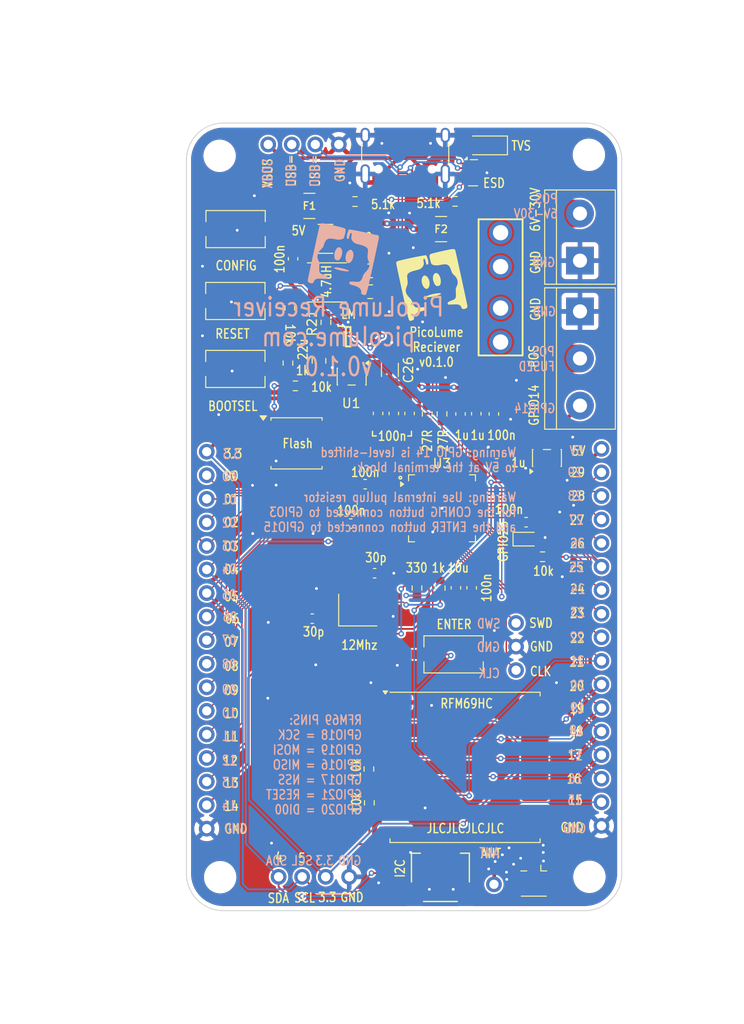
<source format=kicad_pcb>
(kicad_pcb (version 20241229) (generator "pcbnew") (generator_version "9.0")
  (layers (0 "F.Cu" signal "Front") (2 "B.Cu" signal "Back") (13 "F.Paste" user) (15 "B.Paste" user) (5 "F.SilkS" user "F.Silkscreen") (7 "B.SilkS" user "B.Silkscreen") (1 "F.Mask" user) (3 "B.Mask" user) (25 "Edge.Cuts" user))
  (net 0 "")
  (net 1 "GND")
  (net 2 "/XIN")
  (net 3 "Net-(C3-Pad1)")
  (net 4 "+3V3")
  (net 5 "+1V1")
  (net 6 "Net-(D1-A)")
  (net 7 "/GPIO15")
  (net 8 "Net-(J13-CC2)")
  (net 9 "/GPIO5")
  (net 10 "/GPIO2")
  (net 11 "/GPIO13")
  (net 12 "/GPIO9")
  (net 13 "/GPIO7")
  (net 14 "/GPIO11")
  (net 15 "/GPIO12")
  (net 16 "/GPIO6")
  (net 17 "/GPIO1")
  (net 18 "/GPIO10")
  (net 19 "/GPIO3")
  (net 20 "/GPIO0")
  (net 21 "/GPIO4")
  (net 22 "/GPIO8")
  (net 23 "/GPIO14")
  (net 24 "/GPIO29_ADC3")
  (net 25 "/GPIO23")
  (net 26 "/GPIO24")
  (net 27 "/GPIO18")
  (net 28 "/GPIO20")
  (net 29 "/GPIO16")
  (net 30 "/GPIO28_ADC2")
  (net 31 "/SWD")
  (net 32 "/GPIO19")
  (net 33 "/GPIO22")
  (net 34 "/GPIO17")
  (net 35 "/GPIO27_ADC1")
  (net 36 "/GPIO21")
  (net 37 "/SWCLK")
  (net 38 "/RUN")
  (net 39 "/GPIO25")
  (net 40 "/GPIO26_ADC0")
  (net 41 "VBAT")
  (net 42 "Net-(J5-Pin_1)")
  (net 43 "/QSPI_SS")
  (net 44 "/XOUT")
  (net 45 "/QSPI_SD0")
  (net 46 "/QSPI_SD3")
  (net 47 "/QSPI_SCLK")
  (net 48 "/QSPI_SD2")
  (net 49 "/QSPI_SD1")
  (net 50 "Net-(J13-CC1)")
  (net 51 "VBUS")
  (net 54 "/USB_P")
  (net 55 "/USB+")
  (net 56 "/USB-")
  (net 57 "/USB_N")
  (net 58 "Net-(U5-SW)")
  (net 59 "Net-(U5-BST)")
  (net 60 "+5V")
  (net 61 "Net-(R15-Pad2)")
  (net 67 "Net-(R1-Pad2)")
  (net 68 "+5V_BUCK")
  (net 69 "FUSED")
  (net 70 "Net-(IC1-ST)")
  (net 72 "Net-(J7-Pin_3)")
  (net 75 "VIN")
  (net 76 "Net-(U5-EN)")
  (footprint "Capacitor_SMD:C_0603_1608Metric" (layer "F.Cu") (at 113.6 116.5 180)
    (property "Reference" "C2" (hide yes))
    (property "Value" "30p")
  )
  (footprint "LED_SMD:LED_0603_1608Metric" (layer "F.Cu") (at 136.75 107.925)
    (property "Reference" "D1" (hide yes))
    (property "Value" "LED")
  )
  (footprint "Resistor_SMD:R_0603_1608Metric" (layer "F.Cu") (at 118.21 71.53)
    (property "Reference" "R10" (hide yes))
    (property "Value" "5.1k")
  )
  (footprint "Fuse:Fuse_1210_3225Metric" (layer "F.Cu") (at 127.5 74.5)
    (property "Reference" "F2")
    (property "Value" "Polyfuse")
  )
  (footprint "Connector_PinHeader_2.54mm:PinHeader_1x04_P2.54mm_Vertical" (layer "F.Cu") (at 109.965499 144.33 90)
    (property "Reference" "J2" (hide yes))
    (property "Value" "Conn_01x04_Pin")
  )
  (footprint "Button_Switch_SMD:SW_Tactile_SPST_NO_Straight_CK_PTS636Sx25SMTRLFS" (layer "F.Cu") (at 105.3 89.575)
    (property "Reference" "SW2" (hide yes))
    (property "Value" "SW_Push")
  )
  (footprint "Capacitor_SMD:C_1206_3216Metric" (layer "F.Cu") (at 121.975 89.675 -90)
    (property "Reference" "C26")
    (property "Value" "10u")
  )
  (footprint "Resistor_SMD:R_0603_1608Metric" (layer "F.Cu") (at 111.175 83 -90)
    (property "Reference" "R9" (hide yes))
    (property "Value" "10k")
  )
  (footprint "Fuse:Fuse_1210_3225Metric" (layer "F.Cu") (at 113.29 72)
    (property "Reference" "F1")
    (property "Value" "Polyfuse")
  )
  (footprint "Package_DFN_QFN:QFN-56-1EP_7x7mm_P0.4mm_EP3.2x3.2mm" (layer "F.Cu") (at 127.6 104.6)
    (property "Reference" "U3")
    (property "Value" "RP2040")
  )
  (footprint "Resistor_SMD:R_0603_1608Metric" (layer "F.Cu") (at 127.4 113.2 -90)
    (property "Reference" "R5" (hide yes))
    (property "Value" "1k")
  )
  (footprint "Package_TO_SOT_SMD:SOT-23-5" (layer "F.Cu") (at 117.85 90.4 -90)
    (property "Reference" "U1")
    (property "Value" "RT9080-33GJ5")
  )
  (footprint "Connector_Coaxial:U.FL_Hirose_U.FL-R-SMT-1_Vertical" (layer "F.Cu") (at 137.505499 144.58 -90)
    (property "Reference" "J8" (hide yes))
    (property "Value" "Conn_Coaxial")
  )
  (footprint "Capacitor_SMD:C_0603_1608Metric" (layer "F.Cu") (at 129.1 113.175 -90)
    (property "Reference" "C17" (hide yes))
    (property "Value" "10u")
  )
  (footprint "Capacitor_SMD:C_0805_2012Metric" (layer "F.Cu") (at 114.325 88.7 90)
    (property "Reference" "C1" (hide yes))
    (property "Value" "22u")
  )
  (footprint "Capacitor_SMD:C_0603_1608Metric" (layer "F.Cu") (at 133.2 94.425 90)
    (property "Reference" "C9" (hide yes))
    (property "Value" "100n")
  )
  (footprint "Resistor_SMD:R_0603_1608Metric" (layer "F.Cu") (at 119.760499 136.355 -90)
    (property "Reference" "R7" (hide yes))
    (property "Value" "10k")
  )
  (footprint "Resistor_SMD:R_0603_1608Metric" (layer "F.Cu") (at 115.075 84.55 90)
    (property "Reference" "R21")
    (property "Value" "10k")
  )
  (footprint "Button_Switch_SMD:SW_Tactile_SPST_NO_Straight_CK_PTS636Sx25SMTRLFS" (layer "F.Cu") (at 105.3 82.25)
    (property "Reference" "SW1" (hide yes))
    (property "Value" "SW_Push")
  )
  (footprint "Package_SON:USON-10_2.5x1.0mm_P0.5mm" (layer "F.Cu") (at 130.94 68.425)
    (property "Reference" "U8" (hide yes))
    (property "Value" "TPD4EUSB30")
  )
  (footprint "Package_SO:SOIC-8_5.3x5.3mm_P1.27mm" (layer "F.Cu") (at 111.9 97.6)
    (property "Reference" "U2" (hide yes))
    (property "Value" "W25Q16JVS")
  )
  (footprint "Connector_PinHeader_2.54mm:PinHeader_1x17_P2.54mm_Vertical" (layer "F.Cu") (at 102.21 98.5)
    (property "Reference" "J4" (hide yes))
    (property "Value" "Conn_01x17")
  )
  (footprint "Resistor_SMD:R_0603_1608Metric" (layer "F.Cu") (at 119.710499 132.705 90)
    (property "Reference" "R6" (hide yes))
    (property "Value" "10k")
  )
  (footprint "Connector_USB:USB_C_Receptacle_HRO_TYPE-C-31-M-12" (layer "F.Cu") (at 123.63 65.43 180)
    (property "Reference" "J13" (hide yes))
    (property "Value" "USB_C_Receptacle_USB2.0_16P")
  )
  (footprint "Resistor_SMD:R_0603_1608Metric" (layer "F.Cu") (at 129.01 71.505 180)
    (property "Reference" "R11" (hide yes))
    (property "Value" "5.1k")
  )
  (footprint "Inductor_SMD:L_Sunlord_SWPA4030S" (layer "F.Cu") (at 115.175 80.25 180)
    (property "Reference" "L2" (hide yes))
    (property "Value" "4.7u")
  )
  (footprint "Capacitor_SMD:C_0603_1608Metric" (layer "F.Cu") (at 129.6 94.425 90)
    (property "Reference" "C6" (hide yes))
    (property "Value" "100n")
  )
  (footprint "TerminalBlock:TerminalBlock_bornier-3_P5.08mm" (layer "F.Cu") (at 142.49 83.37 -90)
    (property "Reference" "J7" (hide yes))
    (property "Value" "Screw_Terminal_01x03" (hide yes))
  )
  (footprint "Capacitor_SMD:C_0603_1608Metric" (layer "F.Cu") (at 130.8 113.175 -90)
    (property "Reference" "C8" (hide yes))
    (property "Value" "1u")
  )
  (footprint "PicoLume:CONN_SM04B-SRSS-TB_JST" (layer "F.Cu") (at 127.425499 144.3885 180)
    (property "Reference" "J9" (hide yes))
    (property "Value" "SM04B-SRSS-TB")
  )
  (footprint "Resistor_SMD:R_0603_1608Metric" (layer "F.Cu") (at 110.975 88.95 90)
    (property "Reference" "R1" (hide yes))
    (property "Value" "1k")
  )
  (footprint "Capacitor_SMD:C_0603_1608Metric" (layer "F.Cu") (at 124.1 94.375 90)
    (property "Reference" "C12" (hide yes))
    (property "Value" "100n")
  )
  (footprint "MountingHole:MountingHole_3.2mm_M3" (layer "F.Cu") (at 103.66 144.37)
    (property "Reference" "H4" (hide yes))
    (property "Value" "MountingHole")
  )
  (footprint "Resistor_SMD:R_0603_1608Metric" (layer "F.Cu") (at 126 94.425 -90)
    (property "Reference" "R3" (hide yes))
    (property "Value" "27")
  )
  (footprint "Capacitor_SMD:C_0603_1608Metric" (layer "F.Cu") (at 117.75 106.25 180)
    (property "Reference" "C13" (hide yes))
    (property "Value" "100n")
  )
  (footprint "Capacitor_SMD:C_0603_1608Metric" (layer "F.Cu") (at 122.4 94.375 90)
    (property "Reference" "C15" (hide yes))
    (property "Value" "100n")
  )
  (footprint "Capacitor_SMD:C_0603_1608Metric" (layer "F.Cu") (at 119.3 102 180)
    (property "Reference" "C11" (hide yes))
    (property "Value" "100n")
  )
  (footprint "PicoLume:LM66200DRLR" (layer "F.Cu") (at 117.475 86.1)
    (property "Reference" "IC1" (hide yes))
    (property "Value" "LM66200DRLR" (hide yes))
  )
  (footprint "Capacitor_SMD:C_0603_1608Metric" (layer "F.Cu") (at 111.525 77.7 -90)
    (property "Reference" "C19" (hide yes))
    (property "Value" "100n")
  )
  (footprint "PicoLume:3544-2" (layer "F.Cu") (at 133.92 80.78 -90)
    (property "Reference" "U7" (hide yes))
    (property "Value" "3544-2" (hide yes))
  )
  (footprint "Package_TO_SOT_SMD:SOT-23-5" (layer "F.Cu") (at 138.925 99.175 90)
    (property "Reference" "U6" (hide yes))
    (property "Value" "74AHCT1G125")
  )
  (footprint "Connector_PinHeader_2.54mm:PinHeader_1x03_P2.54mm_Vertical" (layer "F.Cu") (at 135.59 122.05 180)
    (property "Reference" "J10" (hide yes))
    (property "Value" "Conn_01x03_Pin")
  )
  (footprint "MountingHole:MountingHole_3.2mm_M3" (layer "F.Cu") (at 143.508188 144.329696)
    (property "Reference" "H3" (hide yes))
    (property "Value" "MountingHole")
  )
  (footprint "Crystal:Crystal_SMD_3225-4Pin_3.2x2.5mm" (layer "F.Cu") (at 118.51 115.57)
    (property "Reference" "Y1" (hide yes))
    (property "Value" "Crystal_GND24")
  )
  (footprint "Button_Switch_SMD:SW_Tactile_SPST_NO_Straight_CK_PTS636Sx25SMTRLFS" (layer "F.Cu") (at 128.85 120.35 180)
    (property "Reference" "SW4" (hide yes))
    (property "Value" "SW_Push")
  )
  (footprint "Capacitor_SMD:C_1206_3216Metric" (layer "F.Cu") (at 119.625 75.35 -90)
    (property "Reference" "C18" (hide yes))
    (property "Value" "10u")
  )
  (footprint "Connector_PinHeader_2.54mm:PinHeader_1x01_P2.54mm_Vertical" (layer "F.Cu") (at 133.205499 145.14)
    (property "Reference" "J5" (hide yes))
    (property "Value" "Conn_01x01_Pin")
  )
  (footprint "Capacitor_SMD:C_0603_1608Metric" (layer "F.Cu") (at 120.325 111.6)
    (property "Reference" "C3" (hide yes))
    (property "Value" "30p")
  )
  (footprint "Resistor_SMD:R_0603_1608Metric" (layer "F.Cu") (at 127.6 94.425 -90)
    (property "Reference" "R4" (hide yes))
    (property "Value" "27")
  )
  (footprint "Diode_SMD:D_SMF" (layer "F.Cu") (at 132.3 65.475 180)
    (property "Reference" "D2" (hide yes))
    (property "Value" "SMF5V0A")
  )
  (footprint "Resistor_SMD:R_0603_1608Metric" (layer "F.Cu") (at 138.45 109.825)
    (property "Reference" "R8" (hide yes))
    (property "Value" "10k")
  )
  (footprint "Capacitor_SMD:C_0603_1608Metric" (layer "F.Cu") (at 136.675 106.1)
    (property "Reference" "C16" (hide yes))
    (property "Value" "100n")
  )
  (footprint "Package_TO_SOT_SMD:TSOT-23-6" (layer "F.Cu") (at 115.025 75.55 180)
    (property "Reference" "U5" (hide yes))
    (property "Value" "AP63205WU")
  )
  (footprint "Resistor_SMD:R_0603_1608Metric" (layer "F.Cu") (at 124.9 113.2 -90)
    (property "Reference" "R15" (hide yes))
    (property "Value" "330R")
  )
  (footprint "Capacitor_SMD:C_0603_1608Metric" (layer "F.Cu") (at 120.7 94.375 90)
    (property "Reference" "C7" (hide yes))
    (property "Value" "100n")
  )
  (footprint "Capacitor_SMD:C_0805_2012Metric" (layer "F.Cu") (at 119.85 81.25)
    (property "Reference" "C20" (hide yes))
    (property "Value" "22u")
  )
  (footprint "Connector_PinHeader_2.54mm:PinHeader_1x17_P2.54mm_Vertical" (layer "F.Cu") (at 144.81 98.19)
    (property "Reference" "J1" (hide yes))
    (property "Value" "Conn_01x17")
  )
  (footprint "Capacitor_SMD:C_0805_2012Metric" (layer "F.Cu") (at 119.85 79)
    (property "Reference" "C22" (hide yes))
    (property "Value" "22u")
  )
  (footprint "LOGO" (layer "F.Cu") (at 126.5 80.5)
    (property "Reference" "G***" (hide yes))
    (property "Value" "LOGO" (hide yes))
  )
  (footprint "MountingHole:MountingHole_3.2mm_M3" (layer "F.Cu") (at 103.6 66.6)
    (property "Reference" "H1" (hide yes))
    (property "Value" "MountingHole")
  )
  (footprint "Capacitor_SMD:C_0603_1608Metric" (layer "F.Cu") (at 131.3 94.4 90)
    (property "Reference" "C14" (hide yes))
    (property "Value" "100n")
  )
  (footprint "Resistor_SMD:R_0603_1608Metric" (layer "F.Cu") (at 111.775 91.4 180)
    (property "Reference" "R2" (hide yes))
    (property "Value" "10K")
  )
  (footprint "RF_Module:HOPERF_RFM9XW_SMD" (layer "F.Cu") (at 130.085499 132.53)
    (property "Reference" "U4" (hide yes))
    (property "Value" "RFM69HCW")
  )
  (footprint "MountingHole:MountingHole_3.2mm_M3" (layer "F.Cu") (at 143.45 66.49)
    (property "Reference" "H2" (hide yes))
    (property "Value" "MountingHole")
  )
  (footprint "Connector_PinHeader_2.54mm:PinHeader_1x04_P2.54mm_Vertical" (layer "F.Cu") (at 116.465 65.375 -90)
    (property "Reference" "J11" (hide yes))
    (property "Value" "Conn_01x04_Pin")
  )
  (footprint "Capacitor_SMD:C_0603_1608Metric" (layer "F.Cu") (at 133.5 99.75)
    (property "Reference" "C10" (hide yes))
    (property "Value" "1u")
  )
  (footprint "TerminalBlock:TerminalBlock_bornier-2_P5.08mm" (layer "F.Cu") (at 142.49 72.82 -90)
    (property "Reference" "J6" (hide yes))
    (property "Value" "Screw_Terminal_01x02" (hide yes))
  )
  (footprint "Button_Switch_SMD:SW_Tactile_SPST_NO_Straight_CK_PTS636Sx25SMTRLFS" (layer "F.Cu") (at 105.325 74.5 180)
    (property "Reference" "SW3" (hide yes))
    (property "Value" "SW_Push")
  )
  (footprint "LOGO" (layer "B.Cu") (at 116.95 77.725 180)
    (property "Reference" "G***" (hide yes))
    (property "Value" "LOGO" (hide yes))
  )
  (gr_line (start 120.5 96.8) (end 120.1 96.8) (stroke (width 0.1524)) (layer "F.SilkS"))
  (gr_line (start 120.1 96.8) (end 120.1 96.3) (stroke (width 0.1524)) (layer "F.SilkS"))
  (gr_line (start 124.3 96.8) (end 124.3 96.3) (stroke (width 0.1524)) (layer "F.SilkS"))
  (gr_line (start 123.9 96.8) (end 124.3 96.8) (stroke (width 0.1524)) (layer "F.SilkS"))
  (gr_circle (center 123.1 101.3) (end 123.2 101.4) (stroke (width 0.1524)) (fill no) (layer "F.SilkS"))
  (gr_line (start 143 147.98) (end 104.02 147.98) (stroke (width 0.1)) (layer "Edge.Cuts"))
  (gr_arc (start 100.02 67.06) (mid 101.191573 64.231573) (end 104.02 63.06) (stroke (width 0.1)) (layer "Edge.Cuts"))
  (gr_line (start 104.02 63.06) (end 143 63.06) (stroke (width 0.1)) (layer "Edge.Cuts"))
  (gr_line (start 147 67.06) (end 147 143.98) (stroke (width 0.1)) (layer "Edge.Cuts"))
  (gr_line (start 100.02 143.98) (end 100.02 67.06) (stroke (width 0.1)) (layer "Edge.Cuts"))
  (gr_arc (start 147 143.98) (mid 145.828427 146.808427) (end 143 147.98) (stroke (width 0.1)) (layer "Edge.Cuts"))
  (gr_arc (start 143 63.06) (mid 145.828427 64.231573) (end 147 67.06) (stroke (width 0.1)) (layer "Edge.Cuts"))
  (gr_arc (start 104.02 147.98) (mid 101.191573 146.808427) (end 100.02 143.98) (stroke (width 0.1)) (layer "Edge.Cuts"))
  (gr_text "RESET" (at 103.05 86.375 0) (layer "F.SilkS") (effects (font (size 1 0.8128) (thickness 0.1524) (bold yes)) (justify left bottom)))
  (gr_text "1u" (at 130.6 97.3 0) (layer "F.SilkS") (effects (font (size 1 0.8128) (thickness 0.1524) (bold yes)) (justify left bottom)))
  (gr_text "JLCJLCJLCJLC" (at 125.85 139.7 0) (layer "F.SilkS") (effects (font (size 1 0.8128) (thickness 0.1524) (bold yes)) (justify left bottom)))
  (gr_text "CLK" (at 137 122.775 0) (layer "F.SilkS") (effects (font (size 1 0.8128) (thickness 0.1524) (bold yes)) (justify left bottom)))
  (gr_text "1u" (at 128.9 97.3 0) (layer "F.SilkS") (effects (font (size 1 0.8128) (thickness 0.1524) (bold yes)) (justify left bottom)))
  (gr_text "GPIO14" (at 138.12 95.79 90) (layer "F.SilkS") (effects (font (size 1 0.8128) (thickness 0.1524) (bold yes)) (justify left bottom)))
  (gr_text "I2C" (at 123.660499 143.43 90) (layer "F.SilkS") (effects (font (size 1 0.8128) (thickness 0.1524) (bold yes)) (justify bottom)))
  (gr_text "18" (at 141.2 129.24 0) (layer "F.SilkS") (effects (font (size 1 0.8128) (thickness 0.1524) (bold yes)) (justify left bottom)))
  (gr_text "10u" (at 118.425 76 0) (layer "F.SilkS") (effects (font (size 1 0.8128) (thickness 0.1524) (bold yes)) (justify left bottom)))
  (gr_text "GND" (at 140.3 139.6 0) (layer "F.SilkS") (effects (font (size 1 0.8128) (thickness 0.1524) (bold yes)) (justify left bottom)))
  (gr_text "100n" (at 116.175 105.425 0) (layer "F.SilkS") (effects (font (size 1 0.8128) (thickness 0.1524) (bold yes)) (justify left bottom)))
  (gr_text "ANT" (at 131.7 142.4 0) (layer "F.SilkS") (effects (font (size 1 0.8128) (thickness 0.1524) (bold yes)) (justify left bottom)))
  (gr_text "27R" (at 126.6 98.6 90) (layer "F.SilkS") (effects (font (size 1 0.8128) (thickness 0.1524) (bold yes)) (justify left bottom)))
  (gr_text "23" (at 141.32 116.51 0) (layer "F.SilkS") (effects (font (size 1 0.8128) (thickness 0.1524) (bold yes)) (justify left bottom)))
  (gr_text "08" (at 104 122.2 0) (layer "F.SilkS") (effects (font (size 1 0.8128) (thickness 0.1524) (bold yes)) (justify left bottom)))
  (gr_text "16" (at 140.975 134.35 0) (layer "F.SilkS") (effects (font (size 1 0.8128) (thickness 0.1524) (bold yes)) (justify left bottom)))
  (gr_text "GND" (at 116.55 147.125 0) (layer "F.SilkS") (effects (font (size 1 0.8128) (thickness 0.1524) (bold yes)) (justify left bottom)))
  (gr_text "17" (at 141.09 131.75 0) (layer "F.SilkS") (effects (font (size 1 0.8128) (thickness 0.1524) (bold yes)) (justify left bottom)))
  (gr_text "12Mhz" (at 116.65 119.925 0) (layer "F.SilkS") (effects (font (size 1 0.8128) (thickness 0.1524) (bold yes)) (justify left bottom)))
  (gr_text "TVS" (at 135 66.1 0) (layer "F.SilkS") (effects (font (size 1 0.8128) (thickness 0.1524) (bold yes)) (justify left bottom)))
  (gr_text "6V-30V" (at 138.25 74.85 90) (layer "F.SilkS") (effects (font (size 1 0.8128) (thickness 0.1524) (bold yes)) (justify left bottom)))
  (gr_text "POS" (at 138.1 89.54 90) (layer "F.SilkS") (effects (font (size 1 0.8128) (thickness 0.1524) (bold yes)) (justify left bottom)))
  (gr_text "22" (at 141.34 119.18 0) (layer "F.SilkS") (effects (font (size 1 0.8128) (thickness 0.1524) (bold yes)) (justify left bottom)))
  (gr_text "28" (at 141.39 103.85 0) (layer "F.SilkS") (effects (font (size 1 0.8128) (thickness 0.1524) (bold yes)) (justify left bottom)))
  (gr_text "30p" (at 112.5 118.5 0) (layer "F.SilkS") (effects (font (size 1 0.8128) (thickness 0.1524) (bold yes)) (justify left bottom)))
  (gr_text "29" (at 141.36717 101.32 0) (layer "F.SilkS") (effects (font (size 1 0.8128) (thickness 0.1524) (bold yes)) (justify left bottom)))
  (gr_text "26" (at 141.34 108.96 0) (layer "F.SilkS") (effects (font (size 1 0.8128) (thickness 0.1524) (bold yes)) (justify left bottom)))
  (gr_text "LM" (at 116.625 84.25 0) (layer "F.SilkS") (effects (font (size 1 0.8128) (thickness 0.1524) (bold yes)) (justify left bottom)))
  (gr_text "04" (at 104 111.8 0) (layer "F.SilkS") (effects (font (size 1 0.8128) (thickness 0.1524) (bold yes)) (justify left bottom)))
  (gr_text "GND" (at 117.175 69.525 90) (layer "F.SilkS") (effects (font (size 1 0.8128) (thickness 0.1524) (bold yes)) (justify left bottom)))
  (gr_text "10u" (at 128.1 111.6 0) (layer "F.SilkS") (effects (font (size 1 0.8128) (thickness 0.1524) (bold yes)) (justify left bottom)))
  (gr_text "19" (at 141.29 126.79 0) (layer "F.SilkS") (effects (font (size 1 0.8128) (thickness 0.1524) (bold yes)) (justify left bottom)))
  (gr_text "SDA" (at 108.7 147.225 0) (layer "F.SilkS") (effects (font (size 1 0.8128) (thickness 0.1524) (bold yes)) (justify left bottom)))
  (gr_text "Flash" (at 110.3 98.2 0) (layer "F.SilkS") (effects (font (size 1 0.8128) (thickness 0.1524) (bold yes)) (justify left bottom)))
  (gr_text "20" (at 141.28 124.37 0) (layer "F.SilkS") (effects (font (size 1 0.8128) (thickness 0.1524) (bold yes)) (justify left bottom)))
  (gr_text "27R" (at 128.3 98.6 90) (layer "F.SilkS") (effects (font (size 1 0.8128) (thickness 0.1524) (bold yes)) (justify left bottom)))
  (gr_text "GND" (at 138.28 79.42 90) (layer "F.SilkS") (effects (font (size 1 0.8128) (thickness 0.1524) (bold yes)) (justify left bottom)))
  (gr_text "07" (at 104 119.6 0) (layer "F.SilkS") (effects (font (size 1 0.8128) (thickness 0.1524) (bold yes)) (justify left bottom)))
  (gr_text "10k" (at 110.625 84.625 270) (layer "F.SilkS") (effects (font (size 1 0.8128) (thickness 0.1524) (bold yes)) (justify left bottom)))
  (gr_text "3.3" (at 104 99.3 0) (layer "F.SilkS") (effects (font (size 1 0.8128) (thickness 0.1524) (bold yes)) (justify left bottom)))
  (gr_text "1k" (at 111.75 90.325 0) (layer "F.SilkS") (effects (font (size 1 0.8128) (thickness 0.1524) (bold yes)) (justify left bottom)))
  (gr_text "5V" (at 111.275 75.25 0) (layer "F.SilkS") (effects (font (size 1 0.8128) (thickness 0.1524) (bold yes)) (justify left bottom)))
  (gr_text "03" (at 104 109.3 0) (layer "F.SilkS") (effects (font (size 1 0.8128) (thickness 0.1524) (bold yes)) (justify left bottom)))
  (gr_text "5.1k" (at 124.75 72.3 0) (layer "F.SilkS") (effects (font (size 1 0.8128) (thickness 0.1524) (bold yes)) (justify left bottom)))
  (gr_text "GPIO25" (at 134.775 110.475 90) (layer "F.SilkS") (effects (font (size 1 0.8128) (thickness 0.1524) (bold yes)) (justify left bottom)))
  (gr_text "VBUS" (at 109.375 70.125 90) (layer "F.SilkS") (effects (font (size 1 0.8128) (thickness 0.1524) (bold yes)) (justify left bottom)))
  (gr_text "12" (at 103.9 132.4 0) (layer "F.SilkS") (effects (font (size 1 0.8128) (thickness 0.1524) (bold yes)) (justify left bottom)))
  (gr_text "1u" (at 135 100.25 0) (layer "F.SilkS") (effects (font (size 1 0.8128) (thickness 0.1524) (bold yes)) (justify left bottom)))
  (gr_text "100n" (at 133.2 105.3 0) (layer "F.SilkS") (effects (font (size 1 0.8128) (thickness 0.1524) (bold yes)) (justify left bottom)))
  (gr_text "05" (at 104 114.7 0) (layer "F.SilkS") (effects (font (size 1 0.8128) (thickness 0.1524) (bold yes)) (justify left bottom)))
  (gr_text "330" (at 123.6 111.6 0) (layer "F.SilkS") (effects (font (size 1 0.8128) (thickness 0.1524) (bold yes)) (justify left bottom)))
  (gr_text "100n" (at 110.675 79.35 90) (layer "F.SilkS") (effects (font (size 1 0.8128) (thickness 0.1524) (bold yes)) (justify left bottom)))
  (gr_text "CONFIG" (at 103.075 79.025 0) (layer "F.SilkS") (effects (font (size 1 0.8128) (thickness 0.1524) (bold yes)) (justify left bottom)))
  (gr_text "100n" (at 120.6 97.4 0) (layer "F.SilkS") (effects (font (size 1 0.8128) (thickness 0.1524) (bold yes)) (justify left bottom)))
  (gr_text "5.1k" (at 119.85 72.425 0) (layer "F.SilkS") (effects (font (size 1 0.8128) (thickness 0.1524) (bold yes)) (justify left bottom)))
  (gr_text "22u" (at 113.175 88.7 90) (layer "F.SilkS") (effects (font (size 1 0.8128) (thickness 0.1524) (bold yes)) (justify left bottom)))
  (gr_text "100n" (at 133 114.8 90) (layer "F.SilkS") (effects (font (size 1 0.8128) (thickness 0.1524) (bold yes)) (justify left bottom)))
  (gr_text "100n" (at 117.7 101.3 0) (layer "F.SilkS") (effects (font (size 1 0.8128) (thickness 0.1524) (bold yes)) (justify left bottom)))
  (gr_text "06" (at 104.1 117.1 0) (layer "F.SilkS") (effects (font (size 1 0.8128) (thickness 0.1524) (bold yes)) (justify left bottom)))
  (gr_text "30p" (at 119.225 110.5 0) (layer "F.SilkS") (effects (font (size 1 0.8128) (thickness 0.1524) (bold yes)) (justify left bottom)))
  (gr_text "ENTER" (at 126.925 117.7 0) (layer "F.SilkS") (effects (font (size 1 0.8128) (thickness 0.1524) (bold yes)) (justify left bottom)))
  (gr_text "10k" (at 137.35 111.95 0) (layer "F.SilkS") (effects (font (size 1 0.8128) (thickness 0.1524) (bold yes)) (justify left bottom)))
  (gr_text "10k" (at 118.960499 137.505 90) (layer "F.SilkS") (effects (font (size 1 0.8128) (thickness 0.1524) (bold yes)) (justify left bottom)))
  (gr_text "GND" (at 104.03 139.76 0) (layer "F.SilkS") (effects (font (size 1 0.8128) (thickness 0.1524) (bold yes)) (justify left bottom)))
  (gr_text "00" (at 104 101.7 0) (layer "F.SilkS") (effects (font (size 1 0.8128) (thickness 0.1524) (bold yes)) (justify left bottom)))
  (gr_text "5V" (at 141.5 99 0) (layer "F.SilkS") (effects (font (size 1 0.8128) (thickness 0.1524) (bold yes)) (justify left bottom)))
  (gr_text "5" (at 112 142.9 0) (layer "F.SilkS") (effects (font (size 1 0.8128) (thickness 0.1524) (bold yes)) (justify left bottom)))
  (gr_text "27" (at 141.3 106.46 0) (layer "F.SilkS") (effects (font (size 1 0.8128) (thickness 0.1524) (bold yes)) (justify left bottom)))
  (gr_text "4" (at 109.5 142.825 0) (layer "F.SilkS") (effects (font (size 1 0.8128) (thickness 0.1524) (bold yes)) (justify left bottom)))
  (gr_text "02" (at 104 106.7 0) (layer "F.SilkS") (effects (font (size 1 0.8128) (thickness 0.1524) (bold yes)) (justify left bottom)))
  (gr_text "14" (at 104 137.3 0) (layer "F.SilkS") (effects (font (size 1 0.8128) (thickness 0.1524) (bold yes)) (justify left bottom)))
  (gr_text "3.3" (at 114.15 147.125 0) (layer "F.SilkS") (effects (font (size 1 0.8128) (thickness 0.1524) (bold yes)) (justify left bottom)))
  (gr_text "01" (at 104 104.2 0) (layer "F.SilkS") (effects (font (size 1 0.8128) (thickness 0.1524) (bold yes)) (justify left bottom)))
  (gr_text "USB-" (at 111.9 70.025 90) (layer "F.SilkS") (effects (font (size 1 0.8128) (thickness 0.1524) (bold yes)) (justify left bottom)))
  (gr_text "10k" (at 118.910499 133.88 90) (layer "F.SilkS") (effects (font (size 1 0.8128) (thickness 0.1524) (bold yes)) (justify left bottom)))
  (gr_text "13" (at 104 134.8 0) (layer "F.SilkS") (effects (font (size 1 0.8128) (thickness 0.1524) (bold yes)) (justify left bottom)))
  (gr_text "10" (at 104 127.3 0) (layer "F.SilkS") (effects (font (size 1 0.8128) (thickness 0.1524) (bold yes)) (justify left bottom)))
  (gr_text "15" (at 141.125 136.65 0) (layer "F.SilkS") (effects (font (size 1 0.8128) (thickness 0.1524) (bold yes)) (justify left bottom)))
  (gr_text "09" (at 104 124.8 0) (layer "F.SilkS") (effects (font (size 1 0.8128) (thickness 0.1524) (bold yes)) (justify left bottom)))
  (gr_text "SWD" (at 136.925 117.56 0) (layer "F.SilkS") (effects (font (size 1 0.8128) (thickness 0.1524) (bold yes)) (justify left bottom)))
  (gr_text "BOOTSEL" (at 102.275 94.175 0) (layer "F.SilkS") (effects (font (size 1 0.8128) (thickness 0.1524) (bold yes)) (justify left bottom)))
  (gr_text "25" (at 141.22 111.54 0) (layer "F.SilkS") (effects (font (size 1 0.8128) (thickness 0.1524) (bold yes)) (justify left bottom)))
  (gr_text "10k" (at 113.4 92.1 0) (layer "F.SilkS") (effects (font (size 1 0.8128) (thickness 0.1524) (bold yes)) (justify left bottom)))
  (gr_text "ESD" (at 131.95 70.125 0) (layer "F.SilkS") (effects (font (size 1 0.8128) (thickness 0.1524) (bold yes)) (justify left bottom)))
  (gr_text "11" (at 104 129.8 0) (layer "F.SilkS") (effects (font (size 1 0.8128) (thickness 0.1524) (bold yes)) (justify left bottom)))
  (gr_text "USB+" (at 114.5 70.05 90) (layer "F.SilkS") (effects (font (size 1 0.8128) (thickness 0.1524) (bold yes)) (justify left bottom)))
  (gr_text "100n" (at 132.4 97.3 0) (layer "F.SilkS") (effects (font (size 1 0.8128) (thickness 0.1524) (bold yes)) (justify left bottom)))
  (gr_text "4.7uH" (at 115.725 82 90) (layer "F.SilkS") (effects (font (size 1 0.8128) (thickness 0.1524) (bold yes)) (justify left bottom)))
  (gr_text "GND" (at 138.28 84.47 90) (layer "F.SilkS") (effects (font (size 1 0.8128) (thickness 0.1524) (bold yes)) (justify left bottom)))
  (gr_text "24" (at 141.33 113.91 0) (layer "F.SilkS") (effects (font (size 1 0.8128) (thickness 0.1524) (bold yes)) (justify left bottom)))
  (gr_text "21" (at 141.27 121.75 0) (layer "F.SilkS") (effects (font (size 1 0.8128) (thickness 0.1524) (bold yes)) (justify left bottom)))
  (gr_text "SCL" (at 111.55 147.175 0) (layer "F.SilkS") (effects (font (size 1 0.8128) (thickness 0.1524) (bold yes)) (justify left bottom)))
  (gr_text "RFM69HC" (at 127.34 126.24 0) (layer "F.SilkS") (effects (font (size 1 0.8128) (thickness 0.1524) (bold yes)) (justify left bottom)))
  (gr_text "1k" (at 126.4 111.6 0) (layer "F.SilkS") (effects (font (size 1 0.8128) (thickness 0.1524) (bold yes)) (justify left bottom)))
  (gr_text "GND" (at 137 120.1 0) (layer "F.SilkS") (effects (font (size 1 0.8128) (thickness 0.1524) (bold yes)) (justify left bottom)))
  (gr_text "PicoLume\nReciever\nv0.1.0" (at 127.0032 89.415832 0) (layer "F.SilkS") (effects (font (size 1 0.8128) (thickness 0.1524) (bold yes)) (justify bottom)))
  (gr_text "18" (at 143 129.14 -0) (layer "B.SilkS") (effects (font (size 1 0.8128) (thickness 0.1524) (bold yes)) (justify left bottom mirror)))
  (gr_text "Warning: GPIO 14 is level-shifted \nto 5V at the terminal block\n\nWarning: Use internal pullup resistor\nfor the CONFIG button connected to GPIO3\nand the ENTER button connected to GPIO15\n\n" (at 135.7 108.825 0) (layer "B.SilkS") (effects (font (size 1 0.8128) (thickness 0.1524) (bold yes)) (justify left bottom mirror)))
  (gr_text "16" (at 142.875 134.35 -0) (layer "B.SilkS") (effects (font (size 1 0.8128) (thickness 0.1524) (bold yes)) (justify left bottom mirror)))
  (gr_text "GND" (at 133.95 120.15 -0) (layer "B.SilkS") (effects (font (size 1 0.8128) (thickness 0.1524) (bold yes)) (justify left bottom mirror)))
  (gr_text "19" (at 143.09 126.69 -0) (layer "B.SilkS") (effects (font (size 1 0.8128) (thickness 0.1524) (bold yes)) (justify left bottom mirror)))
  (gr_text "VBUS" (at 108.1 70.175 -90) (layer "B.SilkS") (effects (font (size 1 0.8128) (thickness 0.1524) (bold yes)) (justify left bottom mirror)))
  (gr_text "22" (at 143.04 119.08 -0) (layer "B.SilkS") (effects (font (size 1 0.8128) (thickness 0.1524) (bold yes)) (justify left bottom mirror)))
  (gr_text "GND" (at 139.9 78.675 0) (layer "B.SilkS") (effects (font (size 1 0.8128) (thickness 0.1524) (bold yes)) (justify left bottom mirror)))
  (gr_text "CLK" (at 133.925 122.975 -0) (layer "B.SilkS") (effects (font (size 1 0.8128) (thickness 0.1524) (bold yes)) (justify left bottom mirror)))
  (gr_text "RFM69 PINS:\nGPIO18 = SCK\nGPIO19 = MOSI\nGPIO16 = MISO\nGPIO17 = NSS\nGPIO21 = RESET\nGPIO20 = DI00" (at 119.05 137.675 0) (layer "B.SilkS") (effects (font (size 1 0.8128) (thickness 0.1524) (bold yes)) (justify left bottom mirror)))
  (gr_text "25" (at 143.02 111.54 -0) (layer "B.SilkS") (effects (font (size 1 0.8128) (thickness 0.1524) (bold yes)) (justify left bottom mirror)))
  (gr_text "3.3" (at 105.979878 99.35 -0) (layer "B.SilkS") (effects (font (size 1 0.8128) (thickness 0.1524) (bold yes)) (justify left bottom mirror)))
  (gr_text "GND" (at 143.24283 139.7 0) (layer "B.SilkS") (effects (font (size 1 0.8128) (thickness 0.1524) (bold yes)) (justify left bottom mirror)))
  (gr_text "ANT" (at 133.9 142.325 -0) (layer "B.SilkS") (effects (font (size 1 0.8128) (thickness 0.1524) (bold yes)) (justify left bottom mirror)))
  (gr_text "SCL" (at 113.735499 143.18 -0) (layer "B.SilkS") (effects (font (size 1 0.8128) (thickness 0.1524) (bold yes)) (justify left bottom mirror)))
  (gr_text "GND" (at 139.975 83.975 0) (layer "B.SilkS") (effects (font (size 1 0.8128) (thickness 0.1524) (bold yes)) (justify left bottom mirror)))
  (gr_text "GND" (at 106.66 139.71 -0) (layer "B.SilkS") (effects (font (size 1 0.8128) (thickness 0.1524) (bold yes)) (justify left bottom mirror)))
  (gr_text "06" (at 105.59283 116.9 -0) (layer "B.SilkS") (effects (font (size 1 0.8128) (thickness 0.1524) (bold yes)) (justify left bottom mirror)))
  (gr_text "14" (at 105.5 137.25 -0) (layer "B.SilkS") (effects (font (size 1 0.8128) (thickness 0.1524) (bold yes)) (justify left bottom mirror)))
  (gr_text "07" (at 105.5 119.4 -0) (layer "B.SilkS") (effects (font (size 1 0.8128) (thickness 0.1524) (bold yes)) (justify left bottom mirror)))
  (gr_text "21" (at 143.07 121.65 -0) (layer "B.SilkS") (effects (font (size 1 0.8128) (thickness 0.1524) (bold yes)) (justify left bottom mirror)))
  (gr_text "USB+" (at 113.2 70.05 -90) (layer "B.SilkS") (effects (font (size 1 0.8128) (thickness 0.1524) (bold yes)) (justify left bottom mirror)))
  (gr_text "28" (at 142.83283 103.85 -0) (layer "B.SilkS") (effects (font (size 1 0.8128) (thickness 0.1524) (bold yes)) (justify left bottom mirror)))
  (gr_text "05" (at 105.5 114.5 -0) (layer "B.SilkS") (effects (font (size 1 0.8128) (thickness 0.1524) (bold yes)) (justify left bottom mirror)))
  (gr_text "01" (at 105.5 104.25 -0) (layer "B.SilkS") (effects (font (size 1 0.8128) (thickness 0.1524) (bold yes)) (justify left bottom mirror)))
  (gr_text "POS\n6V-30V" (at 140.175 73.425 0) (layer "B.SilkS") (effects (font (size 1 0.8128) (thickness 0.1524) (bold yes)) (justify left bottom mirror)))
  (gr_text "15" (at 142.8 136.65 -0) (layer "B.SilkS") (effects (font (size 1 0.8128) (thickness 0.1524) (bold yes)) (justify left bottom mirror)))
  (gr_text "POS \nFUSED" (at 139.85 89.9 0) (layer "B.SilkS") (effects (font (size 1 0.8128) (thickness 0.1524) (bold yes)) (justify left bottom mirror)))
  (gr_text "20" (at 143.08 124.27 -0) (layer "B.SilkS") (effects (font (size 1 0.8128) (thickness 0.1524) (bold yes)) (justify left bottom mirror)))
  (gr_text "GND" (at 115.925 69.525 -90) (layer "B.SilkS") (effects (font (size 1 0.8128) (thickness 0.1524) (bold yes)) (justify left bottom mirror)))
  (gr_text "02" (at 105.5 106.75 -0) (layer "B.SilkS") (effects (font (size 1 0.8128) (thickness 0.1524) (bold yes)) (justify left bottom mirror)))
  (gr_text "SDA" (at 110.985499 143.18 -0) (layer "B.SilkS") (effects (font (size 1 0.8128) (thickness 0.1524) (bold yes)) (justify left bottom mirror)))
  (gr_text "10" (at 105.5 127.25 -0) (layer "B.SilkS") (effects (font (size 1 0.8128) (thickness 0.1524) (bold yes)) (justify left bottom mirror)))
  (gr_text "00" (at 105.5 101.75 -0) (layer "B.SilkS") (effects (font (size 1 0.8128) (thickness 0.1524) (bold yes)) (justify left bottom mirror)))
  (gr_text "26" (at 143.1 108.96 -0) (layer "B.SilkS") (effects (font (size 1 0.8128) (thickness 0.1524) (bold yes)) (justify left bottom mirror)))
  (gr_text "29" (at 142.81 101.32 0) (layer "B.SilkS") (effects (font (size 1 0.8128) (thickness 0.1524) (bold yes)) (justify left bottom mirror)))
  (gr_text "23" (at 143.12 116.41 -0) (layer "B.SilkS") (effects (font (size 1 0.8128) (thickness 0.1524) (bold yes)) (justify left bottom mirror)))
  (gr_text "USB-" (at 110.675 70.025 -90) (layer "B.SilkS") (effects (font (size 1 0.8128) (thickness 0.1524) (bold yes)) (justify left bottom mirror)))
  (gr_text "SWD" (at 134 117.625 -0) (layer "B.SilkS") (effects (font (size 1 0.8128) (thickness 0.1524) (bold yes)) (justify left bottom mirror)))
  (gr_text "17" (at 142.89 131.85 -0) (layer "B.SilkS") (effects (font (size 1 0.8128) (thickness 0.1524) (bold yes)) (justify left bottom mirror)))
  (gr_text "13" (at 105.5 134.75 -0) (layer "B.SilkS") (effects (font (size 1 0.8128) (thickness 0.1524) (bold yes)) (justify left bottom mirror)))
  (gr_text "GPIO14" (at 139.91 94.42 0) (layer "B.SilkS") (effects (font (size 1 0.8128) (thickness 0.1524) (bold yes)) (justify left bottom mirror)))
  (gr_text "24" (at 143.13 113.91 -0) (layer "B.SilkS") (effects (font (size 1 0.8128) (thickness 0.1524) (bold yes)) (justify left bottom mirror)))
  (gr_text "03" (at 105.5 109.25 -0) (layer "B.SilkS") (effects (font (size 1 0.8128) (thickness 0.1524) (bold yes)) (justify left bottom mirror)))
  (gr_text "04" (at 105.5 111.75 -0) (layer "B.SilkS") (effects (font (size 1 0.8128) (thickness 0.1524) (bold yes)) (justify left bottom mirror)))
  (gr_text "09" (at 105.5 124.75 -0) (layer "B.SilkS") (effects (font (size 1 0.8128) (thickness 0.1524) (bold yes)) (justify left bottom mirror)))
  (gr_text "12" (at 105.5 132.35 -0) (layer "B.SilkS") (effects (font (size 1 0.8128) (thickness 0.1524) (bold yes)) (justify left bottom mirror)))
  (gr_text "PicoLume Receiver\npicolume.com\nv0.1.0" (at 116.43 90.51 0) (layer "B.SilkS") (effects (font (size 2 1.6) (thickness 0.25) (bold yes)) (justify bottom mirror)))
  (gr_text "11" (at 105.5 129.75 -0) (layer "B.SilkS") (effects (font (size 1 0.8128) (thickness 0.1524) (bold yes)) (justify left bottom mirror)))
  (gr_text "GND" (at 118.985499 143.18 -0) (layer "B.SilkS") (effects (font (size 1 0.8128) (thickness 0.1524) (bold yes)) (justify left bottom mirror)))
  (gr_text "08" (at 105.5 122 -0) (layer "B.SilkS") (effects (font (size 1 0.8128) (thickness 0.1524) (bold yes)) (justify left bottom mirror)))
  (gr_text "5V" (at 142.94283 99 -0) (layer "B.SilkS") (effects (font (size 1 0.8128) (thickness 0.1524) (bold yes)) (justify left bottom mirror)))
  (gr_text "3.3" (at 115.985499 143.18 -0) (layer "B.SilkS") (effects (font (size 1 0.8128) (thickness 0.1524) (bold yes)) (justify left bottom mirror)))
  (gr_text "27" (at 142.96 106.44 -0) (layer "B.SilkS") (effects (font (size 1 0.8128) (thickness 0.1524) (bold yes)) (justify left bottom mirror)))
  (segment (start 138.725 106.725) (end 138.1 106.1) (width 0.2) (layer "F.Cu") (net 1))
  (segment (start 135.9625 107.925) (end 135.9625 107.5875) (width 0.2) (layer "F.Cu") (net 1))
  (segment (start 117.399999 90.375) (end 116.6 90.375) (width 0.4) (layer "F.Cu") (net 1))
  (segment (start 126.88 70.445) (end 126.88 69.475) (width 0.2) (layer "F.Cu") (net 1))
  (segment (start 122.6 139.6) (end 123.5 139.6) (width 0.2) (layer "F.Cu") (net 1))
  (segment (start 126.875 70.45) (end 126.875 70.65) (width 0.2) (layer "F.Cu") (net 1))
  (segment (start 109.8 102) (end 109.7 102.1) (width 0.2) (layer "F.Cu") (net 1))
  (segment (start 114.76 106.25) (end 113.69 107.32) (width 0.2) (layer "F.Cu") (net 1))
  (segment (start 137.975 100.3125) (end 136.6625 100.3125) (width 0.2) (layer "F.Cu") (net 1))
  (segment (start 118.525 102) (end 109.8 102) (width 0.2) (layer "F.Cu") (net 1))
  (segment (start 116.6 90.375) (end 115.75 89.525) (width 0.4) (layer "F.Cu") (net 1))
  (segment (start 125.925499 142.29) (end 124.795499 142.29) (width 0.2) (layer "F.Cu") (net 1))
  (segment (start 131.325 68.425) (end 132.45 68.425) (width 0.127) (layer "F.Cu") (net 1))
  (segment (start 115.75 89.525) (end 115.75 89.425) (width 0.4) (layer "F.Cu") (net 1))
  (segment (start 136.6625 100.3125) (end 136.625 100.275) (width 0.2) (layer "F.Cu") (net 1))
  (segment (start 122.155 116.42) (end 122.325 116.25) (width 0.2) (layer "F.Cu") (net 1))
  (segment (start 126.6 108.0375) (end 126.6 107.15) (width 0.2) (layer "F.Cu") (net 1))
  (segment (start 109.695 99.505) (end 109.7 99.5) (width 0.2) (layer "F.Cu") (net 1))
  (segment (start 135.9625 107.5875) (end 137.45 106.1) (width 0.2) (layer "F.Cu") (net 1))
  (segment (start 114.325 87.75) (end 114.325 88) (width 0.4) (layer "F.Cu") (net 1))
  (segment (start 126.875 70.45) (end 126.88 70.445) (width 0.2) (layer "F.Cu") (net 1))
  (segment (start 126.875 70.65) (end 127.15 70.925) (width 0.2) (layer "F.Cu") (net 1))
  (segment (start 138.725 107.75) (end 138.725 106.725) (width 0.2) (layer "F.Cu") (net 1))
  (segment (start 127.15 70.925) (end 127.95 70.125) (width 0.2) (layer "F.Cu") (net 1))
  (segment (start 130.555 68.425) (end 128.085 68.425) (width 0.127) (layer "F.Cu") (net 1))
  (segment (start 117.85 89.2625) (end 117.85 89.924999) (width 0.4) (layer "F.Cu") (net 1))
  (segment (start 108.3 99.505) (end 109.695 99.505) (width 0.2) (layer "F.Cu") (net 1))
  (segment (start 119.61 116.42) (end 122.155 116.42) (width 0.2) (layer "F.Cu") (net 1))
  (segment (start 120.41 69.08) (end 120.41 69.18) (width 0.4) (layer "F.Cu") (net 1))
  (segment (start 121.1 111.6) (end 122.4 111.6) (width 0.2) (layer "F.Cu") (net 1))
  (segment (start 124.795499 142.29) (end 124.210499 141.705) (width 0.2) (layer "F.Cu") (net 1))
  (segment (start 117.85 89.924999) (end 117.399999 90.375) (width 0.4) (layer "F.Cu") (net 1))
  (segment (start 127.95 70.125) (end 127.95 68.56) (width 0.2) (layer "F.Cu") (net 1))
  (segment (start 138.1 106.1) (end 137.45 106.1) (width 0.2) (layer "F.Cu") (net 1))
  (segment (start 128.085 68.425) (end 127.95 68.56) (width 0.127) (layer "F.Cu") (net 1))
  (segment (start 114.325 88) (end 115.75 89.425) (width 0.4) (layer "F.Cu") (net 1))
  (segment (start 116.975 106.25) (end 114.76 106.25) (width 0.2) (layer "F.Cu") (net 1))
  (via (at 109.7 99.5) (size 0.6) (drill 0.3) (layers "F.Cu" "B.Cu") (net 1))
  (via (at 104.95 89.8) (size 0.6) (drill 0.3) (layers "F.Cu" "B.Cu") (net 1))
  (via (at 138.525 140.925) (size 0.6) (drill 0.3) (layers "F.Cu" "B.Cu") (net 1))
  (via (at 121.11 65.255) (size 0.6) (drill 0.3) (layers "F.Cu" "B.Cu") (net 1))
  (via (at 138.55 142.625) (size 0.6) (drill 0.3) (layers "F.Cu" "B.Cu") (net 1))
  (via (at 124.5 76.5) (size 0.6) (drill 0.3) (layers "F.Cu" "B.Cu") (net 1))
  (via (at 133.25 117.775) (size 0.6) (drill 0.3) (layers "F.Cu" "B.Cu") (net 1))
  (via (at 132.45 68.425) (size 0.6) (drill 0.3) (layers "F.Cu" "B.Cu") (net 1))
  (via (at 134.835499 141.205) (size 0.6) (drill 0.3) (layers "F.Cu" "B.Cu") (net 1))
  (via (at 107.175 107.325) (size 0.6) (drill 0.3) (layers "F.Cu" "B.Cu") (net 1))
  (via (at 108.85 116.9) (size 0.6) (drill 0.3) (layers "F.Cu" "B.Cu") (net 1))
  (via (at 103.5 94.5) (size 0.6) (drill 0.3) (layers "F.Cu" "B.Cu") (net 1))
  (via (at 128.810499 145.68) (size 0.6) (drill 0.3) (layers "F.Cu" "B.Cu") (net 1))
  (via (at 140.575 111.975) (size 0.6) (drill 0.3) (layers "F.Cu" "B.Cu") (net 1))
  (via (at 127.975 90.5) (size 0.6) (drill 0.3) (layers "F.Cu" "B.Cu") (net 1))
  (via (at 122.175 86.725) (size 0.6) (drill 0.3) (layers "F.Cu" "B.Cu") (net 1))
  (via (at 134.560499 143.83) (size 0.6) (drill 0.3) (layers "F.Cu" "B.Cu") (net 1))
  (via (at 135 95) (size 0.6) (drill 0.3) (layers "F.Cu" "B.Cu") (net 1))
  (via (at 141.8 104.275) (size 0.6) (drill 0.3) (layers "F.Cu" "B.Cu") (net 1))
  (via (at 139.95 123.4) (size 0.6) (drill 0.3) (layers "F.Cu" "B.Cu") (net 1))
  (via (at 141.1 101.575) (size 0.6) (drill 0.3) (layers "F.Cu" "B.Cu") (net 1))
  (via (at 113.69 107.32) (size 0.6) (drill 0.3) (layers "F.Cu" "B.Cu") (net 1))
  (via (at 108.8 125.075) (size 0.6) (drill 0.3) (layers "F.Cu" "B.Cu") (net 1))
  (via (at 122.4 111.6) (size 0.6) (drill 0.3) (layers "F.Cu" "B.Cu") (net 1))
  (via (at 109.7 102.1) (size 0.6) (drill 0.3) (layers "F.Cu" "B.Cu") (net 1))
  (via (at 138.725 107.75) (size 0.6) (drill 0.3) (layers "F.Cu" "B.Cu") (net 1))
  (via (at 101.75 78.5) (size 0.6) (drill 0.3) (layers "F.Cu" "B.Cu") (net 1))
  (via (at 124.210499 141.705) (size 0.6) (drill 0.3) (layers "F.Cu" "B.Cu") (net 1))
  (via (at 136.085499 142.33) (size 0.6) (drill 0.3) (layers "F.Cu" "B.Cu") (net 1))
  (via (at 121.85 72.75) (size 0.6) (drill 0.3) (layers "F.Cu" "B.Cu") (net 1))
  (via (at 126.475 125.85) (size 0.6) (drill 0.3) (layers "F.Cu" "B.Cu") (net 1))
  (via (at 124.1 72.775) (size 0.6) (drill 0.3) (layers "F.Cu" "B.Cu") (net 1))
  (via (at 136.625 100.275) (size 0.6) (drill 0.3) (layers "F.Cu" "B.Cu") (net 1))
  (via (at 134.585499 144.605) (size 0.6) (drill 0.3) (layers "F.Cu" "B.Cu") (net 1))
  (via (at 113.975 121.475) (size 0.6) (drill 0.3) (layers "F.Cu" "B.Cu") (net 1))
  (via (at 120.760499 144.98) (size 0.6) (drill 0.3) (layers "F.Cu" "B.Cu") (net 1))
  (via (at 117.475 84.525) (size 0.6) (drill 0.3) (layers "F.Cu" "B.Cu") (net 1))
  (via (at 135.325 142.975) (size 0.6) (drill 0.3) (layers "F.Cu" "B.Cu") (net 1))
  (via (at 107.35 70.9) (size 0.6) (drill 0.3) (layers "F.Cu" "B.Cu") (net 1))
  (via (at 114.05 113.25) (size 0.6) (drill 0.3) (layers "F.Cu" "B.Cu") (net 1))
  (via (at 141.7 96.925) (size 0.6) (drill 0.3) (layers "F.Cu" "B.Cu") (net 1))
  (via (at 134.110499 141.955) (size 0.6) (drill 0.3) (layers "F.Cu" "B.Cu") (net 1))
  (via (at 126.36 65.255) (size 0.6) (drill 0.3) (layers "F.Cu" "B.Cu") (net 1))
  (via (at 135.625 90.8) (size 0.6) (drill 0.3) (layers "F.Cu" "B.Cu") (net 1))
  (via (at 122.325 116.25) (size 0.6) (drill 0.3) (layers "F.Cu" "B.Cu") (net 1))
  (via (at 125.775 136.9) (size 0.6) (drill 0.3) (layers "F.Cu" "B.Cu") (net 1))
  (via (at 132.635499 143.48) (size 0.6) (drill 0.3) (layers "F.Cu" "B.Cu") (net 1))
  (via (at 126.235499 145.68) (size 0.6) (drill 0.3) (layers "F.Cu" "B.Cu") (net 1))
  (via (at 125.5 84.5) (size 0.6) (drill 0.3) (layers "F.Cu" "B.Cu") (net 1))
  (via (at 107.15 102.125) (size 0.6) (drill 0.3) (layers "F.Cu" "B.Cu") (net 1))
  (via (at 140.3 105) (size 0.6) (drill 0.3) (layers "F.Cu" "B.Cu") (net 1))
  (via (at 121.875 77.1) (size 0.6) (drill 0.3) (layers "F.Cu" "B.Cu") (net 1))
  (via (at 133.335499 142.68) (size 0.6) (drill 0.3) (layers "F.Cu" "B.Cu") (net 1))
  (via (at 109.2 140.7) (size 0.6) (drill 0.3) (layers "F.Cu" "B.Cu") (net 1))
  (via (at 115.75 89.425) (size 0.6) (drill 0.3) (layers "F.Cu" "B.Cu") (net 1))
  (via (at 127.6 104.6) (size 0.6) (drill 0.3) (layers "F.Cu" "B.Cu") (net 1))
  (via (at 122.775 121.525) (size 0.6) (drill 0.3) (layers "F.Cu" "B.Cu") (net 1))
  (via (at 101.75 86) (size 0.6) (drill 0.3) (layers "F.Cu" "B.Cu") (net 1))
  (via (at 126.6 107.15) (size 0.6) (drill 0.3) (layers "F.Cu" "B.Cu") (net 1))
  (via (at 104.875 82.35) (size 0.6) (drill 0.3) (layers "F.Cu" "B.Cu") (net 1))
  (via (at 121.9 83.4) (size 0.6) (drill 0.3) (layers "F.Cu" "B.Cu") (net 1))
  (via (at 117.65 69.525) (size 0.6) (drill 0.3) (layers "F.Cu" "B.Cu") (net 1))
  (via (at 105.5 74.625) (size 0.6) (drill 0.3) (layers "F.Cu" "B.Cu") (net 1))
  (via (at 124.975 89.6) (size 0.6) (drill 0.3) (layers "F.Cu" "B.Cu") (net 1))
  (via (at 119.925 123.4) (size 0.6) (drill 0.3) (layers "F.Cu" "B.Cu") (net 1))
  (via (at 138.525 141.7) (size 0.6) (drill 0.3) (layers "F.Cu" "B.Cu") (net 1))
  (via (at 132.6 98) (size 0.6) (drill 0.3) (layers "F.Cu" "B.Cu") (net 1))
  (segment (start 109.7 99.5) (end 109.7 102.1) (width 0.2) (layer "B.Cu") (net 1))
  (segment (start 125.5 88.1) (end 125.5 88) (width 0.4) (layer "B.Cu") (net 1))
  (segment (start 118.45 117.6) (end 117.3 116.45) (width 0.2) (layer "F.Cu") (net 2))
  (segment (start 126.6 112.12453) (end 126.6 115.562448) (width 0.15) (layer "F.Cu") (net 2))
  (segment (start 127 108.0375) (end 127 111.72453) (width 0.15) (layer "F.Cu") (net 2))
  (segment (start 126.6 115.562448) (end 124.562448 117.6) (width 0.2) (layer "F.Cu") (net 2))
  (segment (start 114.375 116.5) (end 117.33 116.5) (width 0.127) (layer "F.Cu") (net 2))
  (segment (start 117.33 116.5) (end 117.41 116.42) (width 0.127) (layer "F.Cu") (net 2))
  (segment (start 117.25 116.5) (end 117.3 116.45) (width 0.2) (layer "F.Cu") (net 2))
  (segment (start 124.562448 117.6) (end 118.45 117.6) (width 0.2) (layer "F.Cu") (net 2))
  (segment (start 127 111.72453) (end 126.6 112.12453) (width 0.15) (layer "F.Cu") (net 2))
  (segment (start 119.55 114.55) (end 119.6 114.6) (width 0.2) (layer "F.Cu") (net 3))
  (segment (start 119.61 114.72) (end 123.447 114.72) (width 0.127) (layer "F.Cu") (net 3))
  (segment (start 123.447 114.72) (end 123.727 115) (width 0.127) (layer "F.Cu") (net 3))
  (segment (start 119.55 111.6) (end 119.55 114.66) (width 0.127) (layer "F.Cu") (net 3))
  (segment (start 127.4 114.025) (end 127.4 115) (width 0.2) (layer "F.Cu") (net 3))
  (segment (start 119.55 114.66) (end 119.61 114.72) (width 0.127) (layer "F.Cu") (net 3))
  (via (at 123.727 115) (size 0.6) (drill 0.3) (layers "F.Cu" "B.Cu") (net 3))
  (via (at 127.4 115) (size 0.6) (drill 0.3) (layers "F.Cu" "B.Cu") (net 3))
  (segment (start 123.727 115) (end 127.4 115) (width 0.2) (layer "B.Cu") (net 3))
  (segment (start 135.4 105.6) (end 135.9 106.1) (width 0.15) (layer "F.Cu") (net 4))
  (segment (start 124.1 95.9) (end 124.1 95.15) (width 0.15) (layer "F.Cu") (net 4))
  (segment (start 127.8 106.625) (end 125.275 106.625) (width 0.15) (layer "F.Cu") (net 4))
  (segment (start 118.557749 140.817749) (end 119.760499 139.615) (width 0.2) (layer "F.Cu") (net 4))
  (segment (start 130.2 101.1625) (end 130.2 102) (width 0.15) (layer "F.Cu") (net 4))
  (segment (start 130.2 98.2) (end 133.2 95.2) (width 0.15) (layer "F.Cu") (net 4))
  (segment (start 126.9255 141.8455) (end 125.89 140.81) (width 0.2) (layer "F.Cu") (net 4))
  (segment (start 132.725 101.1) (end 132.725 99.75) (width 0.15) (layer "F.Cu") (net 4))
  (segment (start 118.565498 140.81) (end 118.557749 140.817749) (width 0.2) (layer "F.Cu") (net 4))
  (segment (start 121.723 94.473) (end 118.127 94.473) (width 0.15) (layer "F.Cu") (net 4))
  (segment (start 119.007499 136.427) (end 119.760499 137.18) (width 0.2) (layer "F.Cu") (net 4))
  (segment (start 114.0625 92.75) (end 116.404 92.75) (width 0.4) (layer "F.Cu") (net 4))
  (segment (start 115.325 108.175) (end 116.6 108.175) (width 0.2) (layer "F.Cu") (net 4))
  (segment (start 119.760499 139.615) (end 119.760499 137.18) (width 0.2) (layer "F.Cu") (net 4))
  (segment (start 124.9 105.6) (end 124.1625 105.6) (width 0.15) (layer "F.Cu") (net 4))
  (segment (start 131.0375 102) (end 131.825 102) (width 0.15) (layer "F.Cu") (net 4))
  (segment (start 115.4875 95.695) (end 116.905 95.695) (width 0.4) (layer "F.Cu") (net 4))
  (segment (start 127.8 108.0375) (end 127.8 108.768152) (width 0.15) (layer "F.Cu") (net 4))
  (segment (start 119.007499 132.583) (end 119.007499 136.427) (width 0.2) (layer "F.Cu") (net 4))
  (segment (start 132.4 94.4) (end 133.2 95.2) (width 0.2) (layer "F.Cu") (net 4))
  (segment (start 115.4625 91.35) (end 114.0625 92.75) (width 0.4) (layer "F.Cu") (net 4))
  (segment (start 125.26187 97.460672) (end 122.95 97.460672) (width 0.15) (layer "F.Cu") (net 4))
  (segment (start 116.404 92.75) (end 118.127 94.473) (width 0.4) (layer "F.Cu") (net 4))
  (segment (start 119.710499 131.88) (end 119.007499 132.583) (width 0.2) (layer "F.Cu") (net 4))
  (segment (start 130.2 102) (end 130.2 105.6) (width 0.15) (layer "F.Cu") (net 4))
  (segment (start 131.3 94.4) (end 132.4 94.4) (width 0.2) (layer "F.Cu") (net 4))
  (segment (start 104.707 101.027) (end 102.2 98.52) (width 0.2) (layer "F.Cu") (net 4))
  (segment (start 107.96 92.75) (end 112.6 92.75) (width 0.4) (layer "F.Cu") (net 4))
  (segment (start 127.8 99.998802) (end 125.26187 97.460672) (width 0.15) (layer "F.Cu") (net 4))
  (segment (start 114.325 89.65) (end 111.175 86.5) (width 0.4) (layer "F.Cu") (net 4))
  (segment (start 125.89 140.81) (end 118.565498 140.81) (width 0.2) (layer "F.Cu") (net 4))
  (segment (start 131.0375 105.6) (end 135.4 105.6) (width 0.15) (layer "F.Cu") (net 4))
  (segment (start 129.8 101.1625) (end 129.8 96.675) (width 0.15) (layer "F.Cu") (net 4))
  (segment (start 119.102 101.027) (end 104.707 101.027) (width 0.2) (layer "F.Cu") (net 4))
  (segment (start 127.8 101.1625) (end 127.8 99.998802) (width 0.15) (layer "F.Cu") (net 4))
  (segment (start 120.075 102) (end 119.102 101.027) (width 0.2) (layer "F.Cu") (net 4))
  (segment (start 131.825 102) (end 132.725 101.1) (width 0.15) (layer "F.Cu") (net 4))
  (segment (start 124.1625 102) (end 120.075 102) (width 0.15) (layer "F.Cu") (net 4))
  (segment (start 122.4 96.9) (end 122.4 95.15) (width 0.15) (layer "F.Cu") (net 4))
  (segment (start 125.275 102) (end 125.275 105.6) (width 0.15) (layer "F.Cu") (net 4))
  (segment (start 129.8 96.675) (end 131.3 95.175) (width 0.15) (layer "F.Cu") (net 4))
  (segment (start 128.2 101.1625) (end 128.2 100) (width 0.15) (layer "F.Cu") (net 4))
  (segment (start 136.97 131.53) (end 137.610499 131.53) (width 0.2) (layer "F.Cu") (net 4))
  (segment (start 131.3 95.175) (end 131.3 94.4) (width 0.2) (layer "F.Cu") (net 4))
  (segment (start 124.85 94.4) (end 131.3 94.4) (width 0.2) (layer "F.Cu") (net 4))
  (segment (start 127.8 108.0375) (end 127.8 106.625) (width 0.15) (layer "F.Cu") (net 4))
  (segment (start 122.4 95.15) (end 121.723 94.473) (width 0.15) (layer "F.Cu") (net 4))
  (segment (start 116.905 95.695) (end 118.127 94.473) (width 0.4) (layer "F.Cu") (net 4))
  (segment (start 122.95 97.45) (end 122.4 96.9) (width 0.15) (layer "F.Cu") (net 4))
  (segment (start 115.4625 91.35) (end 115.4625 90.7875) (width 0.4) (layer "F.Cu") (net 4))
  (segment (start 124.1 95.15) (end 124.85 94.4) (width 0.2) (layer "F.Cu") (net 4))
  (segment (start 125.275 106.625) (end 125.275 105.6) (width 0.15) (layer "F.Cu") (net 4))
  (segment (start 112.6 92.75) (end 114.0625 92.75) (width 0.4) (layer "F.Cu") (net 4))
  (segment (start 127.8 108.768152) (end 129.1 110.068151) (width 0.15) (layer "F.Cu") (net 4))
  (segment (start 116.6 108.175) (end 118.525 106.25) (width 0.2) (layer "F.Cu") (net 4))
  (segment (start 115.4625 90.7875) (end 114.325 89.65) (width 0.4) (layer "F.Cu") (net 4))
  (segment (start 112.6 91.4) (end 112.6 92.75) (width 0.2) (layer "F.Cu") (net 4))
  (segment (start 122.4 95.15) (end 124.1 95.15) (width 0.2) (layer "F.Cu") (net 4))
  (segment (start 126.9255 142.29) (end 126.9255 141.8455) (width 0.2) (layer "F.Cu") (net 4))
  (segment (start 131.0375 102) (end 130.2 102) (width 0.15) (layer "F.Cu") (net 4))
  (segment (start 130.2 101.1625) (end 130.2 98.2) (width 0.15) (layer "F.Cu") (net 4))
  (segment (start 118.8 93.8) (end 118.127 94.473) (width 0.4) (layer "F.Cu") (net 4))
  (segment (start 129.9 138.6) (end 136.97 131.53) (width 0.2) (layer "F.Cu") (net 4))
  (segment (start 125.275 105.6) (end 124.9 105.6) (width 0.15) (layer "F.Cu") (net 4))
  (segment (start 138.5 131.6) (end 137.6 131.6) (width 0.2) (layer "F.Cu") (net 4))
  (segment (start 130.2 105.6) (end 131.0375 105.6) (width 0.15) (layer "F.Cu") (net 4))
  (segment (start 115.045499 144.33) (end 118.557749 140.817749) (width 0.2) (layer "F.Cu") (net 4))
  (segment (start 102.21 98.5) (end 107.96 92.75) (width 0.4) (layer "F.Cu") (net 4))
  (segment (start 129.1 110.068151) (end 129.1 112.4) (width 0.15) (layer "F.Cu") (net 4))
  (segment (start 122.95 97.460672) (end 122.95 97.45) (width 0.15) (layer "F.Cu") (net 4))
  (segment (start 124.1625 102) (end 125.275 102) (width 0.15) (layer "F.Cu") (net 4))
  (segment (start 118.8 91.5375) (end 118.8 93.8) (width 0.4) (layer "F.Cu") (net 4))
  (segment (start 128.2 100) (end 124.1 95.9) (width 0.15) (layer "F.Cu") (net 4))
  (segment (start 111.175 86.5) (end 111.175 83.825) (width 0.4) (layer "F.Cu") (net 4))
  (segment (start 136.92 131.53) (end 137.610499 131.53) (width 0.2) (layer "F.Cu") (net 4))
  (via (at 115.325 108.175) (size 0.6) (drill 0.3) (layers "F.Cu" "B.Cu") (net 4))
  (via (at 129.9 138.6) (size 0.6) (drill 0.3) (layers "F.Cu" "B.Cu") (net 4))
  (segment (start 106.755 136.039501) (end 115.045499 144.33) (width 0.2) (layer "B.Cu") (net 4))
  (segment (start 105.672 110.35) (end 105.672 114.228138) (width 0.2) (layer "B.Cu") (net 4))
  (segment (start 115.325 108.175) (end 107.847 108.175) (width 0.2) (layer "B.Cu") (net 4))
  (segment (start 105.672 101.992) (end 105.672 110.35) (width 0.2) (layer "B.Cu") (net 4))
  (segment (start 107.847 108.175) (end 105.672 110.35) (width 0.2) (layer "B.Cu") (net 4))
  (segment (start 120.775499 138.6) (end 115.045499 144.33) (width 0.2) (layer "B.Cu") (net 4))
  (segment (start 106.755 115.311138) (end 106.755 136.039501) (width 0.2) (layer "B.Cu") (net 4))
  (segment (start 102.2 98.52) (end 105.672 101.992) (width 0.2) (layer "B.Cu") (net 4))
  (segment (start 105.672 114.228138) (end 106.755 115.311138) (width 0.2) (layer "B.Cu") (net 4))
  (segment (start 129.9 138.6) (end 120.775499 138.6) (width 0.2) (layer "B.Cu") (net 4))
  (segment (start 127.4 102.05) (end 129.4 102.05) (width 0.15) (layer "F.Cu") (net 5))
  (segment (start 129.4 101.1625) (end 129.4 95.4) (width 0.15) (layer "F.Cu") (net 5))
  (segment (start 129.4 95.4) (end 129.6 95.2) (width 0.15) (layer "F.Cu") (net 5))
  (segment (start 128.2 108.0375) (end 128.2 107.075) (width 0.15) (layer "F.Cu") (net 5))
  (segment (start 125.146719 97.738672) (end 122.775 97.738672) (width 0.15) (layer "F.Cu") (net 5))
  (segment (start 128.2 108.775) (end 130.8 111.375) (width 0.15) (layer "F.Cu") (net 5))
  (segment (start 129.6 102.7) (end 129.4 102.5) (width 0.15) (layer "F.Cu") (net 5))
  (segment (start 129.4 102.05) (end 129.4 102.5) (width 0.15) (layer "F.Cu") (net 5))
  (segment (start 122.775 97.738672) (end 120.7 95.663672) (width 0.15) (layer "F.Cu") (net 5))
  (segment (start 127.4 101.1625) (end 127.4 99.991953) (width 0.15) (layer "F.Cu") (net 5))
  (segment (start 128.2 107.075) (end 129.6 107.075) (width 0.15) (layer "F.Cu") (net 5))
  (segment (start 129.6 107.075) (end 129.6 102.7) (width 0.15) (layer "F.Cu") (net 5))
  (segment (start 127.4 101.1625) (end 127.4 102.05) (width 0.15) (layer "F.Cu") (net 5))
  (segment (start 127.4 99.991953) (end 125.146719 97.738672) (width 0.15) (layer "F.Cu") (net 5))
  (segment (start 128.2 108.0375) (end 128.2 108.775) (width 0.15) (layer "F.Cu") (net 5))
  (segment (start 130.8 111.375) (end 130.8 112.4) (width 0.15) (layer "F.Cu") (net 5))
  (segment (start 120.7 95.663672) (end 120.7 95.15) (width 0.15) (layer "F.Cu") (net 5))
  (segment (start 129.4 101.1625) (end 129.4 102.5) (width 0.15) (layer "F.Cu") (net 5))
  (segment (start 137.625 109.825) (end 137.625 108.0125) (width 0.2) (layer "F.Cu") (net 6))
  (segment (start 137.625 108.0125) (end 137.5375 107.925) (width 0.2) (layer "F.Cu") (net 6))
  (segment (start 126.2 114) (end 124.6 115.6) (width 0.2) (layer "F.Cu") (net 7))
  (segment (start 126.2 113.809412) (end 126.2 114) (width 0.2) (layer "F.Cu") (net 7))
  (segment (start 126.2 108.0375) (end 126.2 113.809412) (width 0.15) (layer "F.Cu") (net 7))
  (segment (start 128.425 120.35) (end 128.55 120.475) (width 0.2) (layer "F.Cu") (net 7))
  (segment (start 124.975 120.35) (end 128.425 120.35) (width 0.2) (layer "F.Cu") (net 7))
  (via (at 128.55 120.475) (size 0.6) (drill 0.3) (layers "F.Cu" "B.Cu") (net 7))
  (via (at 124.6 115.6) (size 0.6) (drill 0.3) (layers "F.Cu" "B.Cu") (net 7))
  (segment (start 144.81 136.29) (end 130.50865 136.29) (width 0.15) (layer "B.Cu") (net 7))
  (segment (start 124.6 123.85) (end 124.6 115.6) (width 0.15) (layer "B.Cu") (net 7))
  (segment (start 124.6 126.775) (end 124.6 126.3) (width 0.15) (layer "B.Cu") (net 7))
  (segment (start 124.6 126.775) (end 124.6 124.425) (width 0.15) (layer "B.Cu") (net 7))
  (segment (start 124.6 130.38135) (end 124.6 126.775) (width 0.15) (layer "B.Cu") (net 7))
  (segment (start 124.6 126.3) (end 124.6 123.85) (width 0.15) (layer "B.Cu") (net 7))
  (segment (start 130.50865 136.29) (end 124.6 130.38135) (width 0.15) (layer "B.Cu") (net 7))
  (segment (start 124.6 124.425) (end 128.55 120.475) (width 0.15) (layer "B.Cu") (net 7))
  (segment (start 120.677 71.53) (end 119.035 71.53) (width 0.127) (layer "F.Cu") (net 8))
  (segment (start 120.941 71.266) (end 120.677 71.53) (width 0.127) (layer "F.Cu") (net 8))
  (segment (start 130.555 69.425) (end 130.025 69.425) (width 0.127) (layer "F.Cu") (net 8))
  (segment (start 130.025 69.425) (end 129.475 69.975) (width 0.127) (layer "F.Cu") (net 8))
  (segment (start 122.15 71.3) (end 120.975 71.3) (width 0.127) (layer "F.Cu") (net 8))
  (segment (start 120.975 71.3) (end 120.941 71.266) (width 0.127) (layer "F.Cu") (net 8))
  (segment (start 121.88 70.327) (end 120.941 71.266) (width 0.127) (layer "F.Cu") (net 8))
  (segment (start 121.86 69.08) (end 121.86 69.855) (width 0.2) (layer "F.Cu") (net 8))
  (segment (start 121.88 69.475) (end 121.88 70.327) (width 0.127) (layer "F.Cu") (net 8))
  (via (at 129.475 69.975) (size 0.6) (drill 0.3) (layers "F.Cu" "B.Cu") (net 8))
  (via (at 122.15 71.3) (size 0.6) (drill 0.3) (layers "F.Cu" "B.Cu") (net 8))
  (segment (start 128.15 71.3) (end 122.15 71.3) (width 0.127) (layer "B.Cu") (net 8))
  (segment (start 129.475 69.975) (end 128.15 71.3) (width 0.127) (layer "B.Cu") (net 8))
  (segment (start 124.1625 104.4) (end 111.56 104.4) (width 0.15) (layer "F.Cu") (net 9))
  (segment (start 121.735499 145.93) (end 123.235499 144.43) (width 0.2) (layer "F.Cu") (net 9))
  (segment (start 128.925499 143.49) (end 128.925499 143.47) (width 0.2) (layer "F.Cu") (net 9))
  (segment (start 102.515104 113.76) (end 102.2 113.76) (width 0.2) (layer "F.Cu") (net 9))
  (segment (start 128.935499 143.48) (end 128.925499 143.47) (width 0.2) (layer "F.Cu") (net 9))
  (segment (start 123.235499 144.43) (end 127.985499 144.43) (width 0.2) (layer "F.Cu") (net 9))
  (segment (start 128.925499 143.47) (end 128.925499 142.29) (width 0.2) (layer "F.Cu") (net 9))
  (segment (start 111.56 104.4) (end 102.2 113.76) (width 0.15) (layer "F.Cu") (net 9))
  (segment (start 114.105499 145.93) (end 121.735499 145.93) (width 0.2) (layer "F.Cu") (net 9))
  (segment (start 127.985499 144.43) (end 128.925499 143.49) (width 0.2) (layer "F.Cu") (net 9))
  (segment (start 112.505499 144.33) (end 114.105499 145.93) (width 0.2) (layer "F.Cu") (net 9))
  (segment (start 106.68 145.68) (end 106.1 145.1) (width 0.2) (layer "B.Cu") (net 9))
  (segment (start 112.505499 144.33) (end 111.155499 145.68) (width 0.2) (layer "B.Cu") (net 9))
  (segment (start 106.1 117.66) (end 102.2 113.76) (width 0.2) (layer "B.Cu") (net 9))
  (segment (start 106.1 145.1) (end 106.1 117.66) (width 0.2) (layer "B.Cu") (net 9))
  (segment (start 111.155499 145.68) (end 106.68 145.68) (width 0.2) (layer "B.Cu") (net 9))
  (segment (start 124.1625 103.2) (end 121.15 103.2) (width 0.15) (layer "F.Cu") (net 10))
  (segment (start 121.116 103.234) (end 105.106 103.234) (width 0.15) (layer "F.Cu") (net 10))
  (segment (start 121.15 103.2) (end 121.116 103.234) (width 0.15) (layer "F.Cu") (net 10))
  (segment (start 105.106 103.234) (end 102.2 106.14) (width 0.15) (layer "F.Cu") (net 10))
  (segment (start 119.23322 109.228) (end 117.272218 111.189) (width 0.15) (layer "F.Cu") (net 11))
  (segment (start 125.4 108.693151) (end 124.865151 109.228) (width 0.15) (layer "F.Cu") (net 11))
  (segment (start 110.707762 111.189) (end 106.360881 115.535881) (width 0.15) (layer "F.Cu") (net 11))
  (segment (start 117.272218 111.189) (end 110.707762 111.189) (width 0.15) (layer "F.Cu") (net 11))
  (segment (start 106.360881 115.535881) (end 106.360881 129.919119) (width 0.15) (layer "F.Cu") (net 11))
  (segment (start 125.4 108.0375) (end 125.4 108.693151) (width 0.15) (layer "F.Cu") (net 11))
  (segment (start 106.360881 129.919119) (end 102.2 134.08) (width 0.15) (layer "F.Cu") (net 11))
  (segment (start 124.865151 109.228) (end 119.23322 109.228) (width 0.15) (layer "F.Cu") (net 11))
  (segment (start 124.1625 106.4) (end 120.488612 106.4) (width 0.15) (layer "F.Cu") (net 12))
  (segment (start 104.881 115.443154) (end 104.881 121.239) (width 0.15) (layer "F.Cu") (net 12))
  (segment (start 117.806806 109.081806) (end 116.811612 110.077) (width 0.15) (layer "F.Cu") (net 12))
  (segment (start 110.247154 110.077) (end 104.881 115.443154) (width 0.15) (layer "F.Cu") (net 12))
  (segment (start 116.811612 110.077) (end 110.247154 110.077) (width 0.15) (layer "F.Cu") (net 12))
  (segment (start 104.881 121.239) (end 102.2 123.92) (width 0.15) (layer "F.Cu") (net 12))
  (segment (start 120.488612 106.4) (end 117.806806 109.081806) (width 0.15) (layer "F.Cu") (net 12))
  (segment (start 104.325 116.715) (end 102.2 118.84) (width 0.15) (layer "F.Cu") (net 13))
  (segment (start 104.325 112.421304) (end 104.325 116.715) (width 0.15) (layer "F.Cu") (net 13))
  (segment (start 124.1625 105.2) (end 111.546304 105.2) (width 0.15) (layer "F.Cu") (net 13))
  (segment (start 111.546304 105.2) (end 104.325 112.421304) (width 0.15) (layer "F.Cu") (net 13))
  (segment (start 124.1625 107.2) (end 120.474916 107.2) (width 0.15) (layer "F.Cu") (net 14))
  (segment (start 110.477458 110.633) (end 105.437 115.673458) (width 0.15) (layer "F.Cu") (net 14))
  (segment (start 105.437 125.763) (end 102.2 129) (width 0.15) (layer "F.Cu") (net 14))
  (segment (start 120.474916 107.2) (end 117.041916 110.633) (width 0.15) (layer "F.Cu") (net 14))
  (segment (start 105.437 115.673458) (end 105.437 125.763) (width 0.15) (layer "F.Cu") (net 14))
  (segment (start 117.041916 110.633) (end 110.477458 110.633) (width 0.15) (layer "F.Cu") (net 14))
  (segment (start 125 108.0375) (end 125 108.7) (width 0.15) (layer "F.Cu") (net 15))
  (segment (start 110.59261 110.911) (end 106.001805 115.501805) (width 0.15) (layer "F.Cu") (net 15))
  (segment (start 106.001805 115.501805) (end 106.001805 127.738195) (width 0.15) (layer "F.Cu") (net 15))
  (segment (start 117.157067 110.911) (end 110.59261 110.911) (width 0.15) (layer "F.Cu") (net 15))
  (segment (start 106.001805 127.738195) (end 102.2 131.54) (width 0.15) (layer "F.Cu") (net 15))
  (segment (start 125 108.7) (end 124.75 108.95) (width 0.15) (layer "F.Cu") (net 15))
  (segment (start 119.118068 108.95) (end 117.157067 110.911) (width 0.15) (layer "F.Cu") (net 15))
  (segment (start 124.75 108.95) (end 119.118068 108.95) (width 0.15) (layer "F.Cu") (net 15))
  (segment (start 111.553152 104.8) (end 103.8 112.553152) (width 0.15) (layer "F.Cu") (net 16))
  (segment (start 124.1625 104.8) (end 111.553152 104.8) (width 0.15) (layer "F.Cu") (net 16))
  (segment (start 103.8 112.553152) (end 103.8 114.7) (width 0.15) (layer "F.Cu") (net 16))
  (segment (start 103.8 114.7) (end 102.2 116.3) (width 0.15) (layer "F.Cu") (net 16))
  (segment (start 121.025 102.8) (end 120.869 102.956) (width 0.15) (layer "F.Cu") (net 17))
  (segment (start 103.994 102.956) (end 103.35 103.6) (width 0.15) (layer "F.Cu") (net 17))
  (segment (start 120.869 102.956) (end 103.994 102.956) (width 0.15) (layer "F.Cu") (net 17))
  (segment (start 124.1625 102.8) (end 121.025 102.8) (width 0.15) (layer "F.Cu") (net 17))
  (segment (start 103.35 103.6) (end 102.2 103.6) (width 0.15) (layer "F.Cu") (net 17))
  (segment (start 116.926764 110.355) (end 110.362306 110.355) (width 0.15) (layer "F.Cu") (net 18))
  (segment (start 124.1625 106.8) (end 120.481764 106.8) (width 0.15) (layer "F.Cu") (net 18))
  (segment (start 120.481764 106.8) (end 116.926764 110.355) (width 0.15) (layer "F.Cu") (net 18))
  (segment (start 105.159 123.501) (end 102.2 126.46) (width 0.15) (layer "F.Cu") (net 18))
  (segment (start 110.362306 110.355) (end 105.159 115.558306) (width 0.15) (layer "F.Cu") (net 18))
  (segment (start 105.159 115.558306) (end 105.159 123.501) (width 0.15) (layer "F.Cu") (net 18))
  (segment (start 107.28 103.6) (end 102.2 108.68) (width 0.15) (layer "F.Cu") (net 19))
  (segment (start 104 77.05) (end 101.45 74.5) (width 0.127) (layer "F.Cu") (net 19))
  (segment (start 104 77.35) (end 104 77.05) (width 0.127) (layer "F.Cu") (net 19))
  (segment (start 102.2 108.68) (end 100.825 107.305) (width 0.2) (layer "F.Cu") (net 19))
  (segment (start 124.1625 103.6) (end 107.28 103.6) (width 0.15) (layer "F.Cu") (net 19))
  (segment (start 100.825 95.925) (end 104 92.75) (width 0.2) (layer "F.Cu") (net 19))
  (segment (start 100.825 107.305) (end 100.825 95.925) (width 0.2) (layer "F.Cu") (net 19))
  (segment (start 104 92.75) (end 104 77.35) (width 0.2) (layer "F.Cu") (net 19))
  (segment (start 120.761518 102.4) (end 120.483518 102.678) (width 0.15) (layer "F.Cu") (net 20))
  (segment (start 103.818 102.678) (end 102.2 101.06) (width 0.15) (layer "F.Cu") (net 20))
  (segment (start 120.483518 102.678) (end 103.818 102.678) (width 0.15) (layer "F.Cu") (net 20))
  (segment (start 124.1625 102.4) (end 120.761518 102.4) (width 0.15) (layer "F.Cu") (net 20))
  (segment (start 109.42 104) (end 102.2 111.22) (width 0.15) (layer "F.Cu") (net 21))
  (segment (start 109.965499 145.41) (end 110.985499 146.43) (width 0.2) (layer "F.Cu") (net 21))
  (segment (start 102.2 111.2) (end 102.2 111.22) (width 0.2) (layer "F.Cu") (net 21))
  (segment (start 119.985499 143.93) (end 127.085498 143.93) (width 0.2) (layer "F.Cu") (net 21))
  (segment (start 127.085498 143.93) (end 127.925498 143.09) (width 0.2) (layer "F.Cu") (net 21))
  (segment (start 110.985499 146.43) (end 112.485499 146.43) (width 0.2) (layer "F.Cu") (net 21))
  (segment (start 124.1625 104) (end 109.42 104) (width 0.15) (layer "F.Cu") (net 21))
  (segment (start 127.925498 143.09) (end 127.925498 142.29) (width 0.2) (layer "F.Cu") (net 21))
  (segment (start 109.965499 144.33) (end 109.965499 145.41) (width 0.2) (layer "F.Cu") (net 21))
  (via (at 112.485499 146.43) (size 0.6) (drill 0.3) (layers "F.Cu" "B.Cu") (net 21))
  (via (at 119.985499 143.93) (size 0.6) (drill 0.3) (layers "F.Cu" "B.Cu") (net 21))
  (segment (start 117.485499 146.43) (end 112.485499 146.43) (width 0.2) (layer "B.Cu") (net 21))
  (segment (start 102.2 111.22) (end 106.427 115.447) (width 0.2) (layer "B.Cu") (net 21))
  (segment (start 106.427 115.447) (end 106.427 140.791501) (width 0.2) (layer "B.Cu") (net 21))
  (segment (start 119.985499 143.93) (end 117.485499 146.43) (width 0.2) (layer "B.Cu") (net 21))
  (segment (start 106.427 140.791501) (end 109.965499 144.33) (width 0.2) (layer "B.Cu") (net 21))
  (segment (start 124.1625 106) (end 120.49546 106) (width 0.15) (layer "F.Cu") (net 22))
  (segment (start 104.603 118.977) (end 102.2 121.38) (width 0.15) (layer "F.Cu") (net 22))
  (segment (start 120.49546 106) (end 116.69646 109.799) (width 0.15) (layer "F.Cu") (net 22))
  (segment (start 104.603 115.328003) (end 104.603 118.977) (width 0.15) (layer "F.Cu") (net 22))
  (segment (start 116.69646 109.799) (end 110.132002 109.799) (width 0.15) (layer "F.Cu") (net 22))
  (segment (start 110.132002 109.799) (end 104.603 115.328003) (width 0.15) (layer "F.Cu") (net 22))
  (segment (start 124.9 112.375) (end 124.125 112.375) (width 0.2) (layer "F.Cu") (net 23))
  (segment (start 106.678 122.872) (end 106.678 132.142) (width 0.2) (layer "F.Cu") (net 23))
  (segment (start 111.423 118.127) (end 106.678 122.872) (width 0.2) (layer "F.Cu") (net 23))
  (segment (start 125.8 108.0375) (end 125.8 111.475) (width 0.15) (layer "F.Cu") (net 23))
  (segment (start 123.2 118.127) (end 111.423 118.127) (width 0.2) (layer "F.Cu") (net 23))
  (segment (start 102.58 136.62) (end 102.2 136.62) (width 0.2) (layer "F.Cu") (net 23))
  (segment (start 124.125 112.375) (end 123.2 113.3) (width 0.2) (layer "F.Cu") (net 23))
  (segment (start 125.8 111.475) (end 124.9 112.375) (width 0.15) (layer "F.Cu") (net 23))
  (segment (start 106.678 132.142) (end 102.2 136.62) (width 0.2) (layer "F.Cu") (net 23))
  (via (at 123.2 118.127) (size 0.6) (drill 0.3) (layers "F.Cu" "B.Cu") (net 23))
  (via (at 123.2 113.3) (size 0.6) (drill 0.3) (layers "F.Cu" "B.Cu") (net 23))
  (segment (start 123.2 113.3) (end 123.2 118.127) (width 0.2) (layer "B.Cu") (net 23))
  (segment (start 131.0375 102.4) (end 143.06 102.4) (width 0.15) (layer "F.Cu") (net 24))
  (segment (start 143.06 102.4) (end 144.7 100.76) (width 0.15) (layer "F.Cu") (net 24))
  (segment (start 138.080781 104.8) (end 143.369 110.088219) (width 0.15) (layer "F.Cu") (net 25))
  (segment (start 143.369 110.088219) (end 143.369 114.669) (width 0.15) (layer "F.Cu") (net 25))
  (segment (start 131.0375 104.8) (end 138.080781 104.8) (width 0.15) (layer "F.Cu") (net 25))
  (segment (start 143.369 114.669) (end 144.7 116) (width 0.15) (layer "F.Cu") (net 25))
  (segment (start 131.0375 104.4) (end 138.073933 104.4) (width 0.15) (layer "F.Cu") (net 26))
  (segment (start 143.647 112.407) (end 144.7 113.46) (width 0.15) (layer "F.Cu") (net 26))
  (segment (start 143.647 109.973067) (end 143.647 112.407) (width 0.15) (layer "F.Cu") (net 26))
  (segment (start 138.073933 104.4) (end 143.647 109.973067) (width 0.15) (layer "F.Cu") (net 26))
  (segment (start 132.360544 107.2) (end 141.962424 116.80188) (width 0.15) (layer "F.Cu") (net 27))
  (segment (start 122.560499 131.53) (end 133.9 131.53) (width 0.15) (layer "F.Cu") (net 27))
  (segment (start 133.9 131.53) (end 133.94 131.57) (width 0.15) (layer "F.Cu") (net 27))
  (segment (start 131.0375 107.2) (end 132.360544 107.2) (width 0.15) (layer "F.Cu") (net 27))
  (segment (start 141.962424 117.442424) (end 142.564924 118.044924) (width 0.15) (layer "F.Cu") (net 27))
  (segment (start 142.564924 118.044924) (end 142.564924 126.564924) (width 0.15) (layer "F.Cu") (net 27))
  (segment (start 142.564924 126.564924) (end 144.7 128.7) (width 0.15) (layer "F.Cu") (net 27))
  (segment (start 141.962424 116.80188) (end 141.962424 117.442424) (width 0.15) (layer "F.Cu") (net 27))
  (via (at 133.94 131.57) (size 0.6) (drill 0.3) (layers "F.Cu" "B.Cu") (net 27))
  (segment (start 133.94 131.57) (end 141.91 131.57) (width 0.15) (layer "B.Cu") (net 27))
  (segment (start 141.91 131.57) (end 144.81 128.67) (width 0.15) (layer "B.Cu") (net 27))
  (segment (start 143.128 117.821698) (end 143.128 122.048) (width 0.15) (layer "F.Cu") (net 28))
  (segment (start 142.518424 116.571576) (end 142.518424 117.212122) (width 0.15) (layer "F.Cu") (net 28))
  (segment (start 142.518424 117.212122) (end 143.128 117.821698) (width 0.15) (layer "F.Cu") (net 28))
  (segment (start 132.346848 106.4) (end 142.518424 116.571576) (width 0.15) (layer "F.Cu") (net 28))
  (segment (start 131.0375 106.4) (end 132.346848 106.4) (width 0.15) (layer "F.Cu") (net 28))
  (segment (start 143.128 122.048) (end 144.7 123.62) (width 0.15) (layer "F.Cu") (net 28))
  (segment (start 137.610499 129.53) (end 138.79 129.53) (width 0.2) (layer "F.Cu") (net 28))
  (segment (start 138.79 129.53) (end 141 127.32) (width 0.2) (layer "F.Cu") (net 28))
  (via (at 141 127.32) (size 0.6) (drill 0.3) (layers "F.Cu" "B.Cu") (net 28))
  (segment (start 141 127.32) (end 144.7 123.62) (width 0.2) (layer "B.Cu") (net 28))
  (segment (start 136.369401 130.5) (end 142.008924 130.5) (width 0.15) (layer "F.Cu") (net 29))
  (segment (start 129.8 108.0375) (end 129.8 108.775) (width 0.15) (layer "F.Cu") (net 29))
  (segment (start 129.8 108.775) (end 139.7625 118.7375) (width 0.15) (layer "F.Cu") (net 29))
  (segment (start 133.399401 127.53) (end 136.369401 130.5) (width 0.15) (layer "F.Cu") (net 29))
  (segment (start 142.008924 130.5) (end 142.008924 131.088924) (width 0.15) (layer "F.Cu") (net 29))
  (segment (start 122.560499 127.53) (end 133.399401 127.53) (width 0.15) (layer "F.Cu") (net 29))
  (segment (start 139.7625 118.7375) (end 142.008924 120.983924) (width 0.15) (layer "F.Cu") (net 29))
  (segment (start 142.008924 120.983924) (end 142.008924 131.088924) (width 0.15) (layer "F.Cu") (net 29))
  (segment (start 142.008924 131.088924) (end 144.7 133.78) (width 0.15) (layer "F.Cu") (net 29))
  (segment (start 144.502 134.058) (end 144.81 133.75) (width 0.2) (layer "B.Cu") (net 29))
  (segment (start 131.0375 102.8) (end 144.2 102.8) (width 0.15) (layer "F.Cu") (net 30))
  (segment (start 144.2 102.8) (end 144.7 103.3) (width 0.15) (layer "F.Cu") (net 30))
  (segment (start 129 108.775) (end 132.153924 111.928925) (width 0.15) (layer "F.Cu") (net 31))
  (segment (start 132.153924 111.928925) (end 132.153924 113.533924) (width 0.15) (layer "F.Cu") (net 31))
  (segment (start 132.153924 113.533924) (end 135.59 116.97) (width 0.15) (layer "F.Cu") (net 31))
  (segment (start 129 108.0375) (end 129 108.775) (width 0.15) (layer "F.Cu") (net 31))
  (segment (start 142.85 117.936849) (end 142.85 124.31) (width 0.15) (layer "F.Cu") (net 32))
  (segment (start 132.353696 106.8) (end 142.240424 116.686728) (width 0.15) (layer "F.Cu") (net 32))
  (segment (start 131.0375 106.8) (end 132.353696 106.8) (width 0.15) (layer "F.Cu") (net 32))
  (segment (start 142.849999 117.936849) (end 142.85 117.936849) (width 0.15) (layer "F.Cu") (net 32))
  (segment (start 142.240424 116.686728) (end 142.240424 117.327274) (width 0.15) (layer "F.Cu") (net 32))
  (segment (start 142.85 124.31) (end 144.7 126.16) (width 0.15) (layer "F.Cu") (net 32))
  (segment (start 142.240424 117.327274) (end 142.849999 117.936849) (width 0.15) (layer "F.Cu") (net 32))
  (segment (start 133.9 129.53) (end 133.97 129.46) (width 0.15) (layer "F.Cu") (net 32))
  (segment (start 122.560499 129.53) (end 133.9 129.53) (width 0.15) (layer "F.Cu") (net 32))
  (via (at 133.97 129.46) (size 0.6) (drill 0.3) (layers "F.Cu" "B.Cu") (net 32))
  (segment (start 133.97 129.46) (end 141.48 129.46) (width 0.15) (layer "B.Cu") (net 32))
  (segment (start 141.48 129.46) (end 144.81 126.13) (width 0.15) (layer "B.Cu") (net 32))
  (segment (start 143.091 116.931) (end 144.7 118.54) (width 0.15) (layer "F.Cu") (net 33))
  (segment (start 137.66 105.2) (end 143.091 110.631) (width 0.15) (layer "F.Cu") (net 33))
  (segment (start 143.091 110.631) (end 143.091 116.931) (width 0.15) (layer "F.Cu") (net 33))
  (segment (start 131.0375 105.2) (end 137.66 105.2) (width 0.15) (layer "F.Cu") (net 33))
  (segment (start 144.62 131.24) (end 144.7 131.24) (width 0.2) (layer "F.Cu") (net 34))
  (segment (start 119.710499 133.53) (end 122.560499 133.53) (width 0.2) (layer "F.Cu") (net 34))
  (segment (start 122.6 133.6) (end 122.627 133.627) (width 0.2) (layer "F.Cu") (net 34))
  (segment (start 142.286924 128.826924) (end 144.7 131.24) (width 0.15) (layer "F.Cu") (net 34))
  (segment (start 130.2 108.0375) (end 130.2 108.771702) (width 0.15) (layer "F.Cu") (net 34))
  (segment (start 122.560499 133.53) (end 133.12 133.53) (width 0.15) (layer "F.Cu") (net 34))
  (segment (start 130.2 108.771702) (end 142.286924 120.858626) (width 0.15) (layer "F.Cu") (net 34))
  (segment (start 142.286924 120.858626) (end 142.286924 128.826924) (width 0.15) (layer "F.Cu") (net 34))
  (via (at 133.12 133.53) (size 0.6) (drill 0.3) (layers "F.Cu" "B.Cu") (net 34))
  (segment (start 133.12 133.53) (end 142.49 133.53) (width 0.15) (layer "B.Cu") (net 34))
  (segment (start 142.49 133.53) (end 144.81 131.21) (width 0.15) (layer "B.Cu") (net 34))
  (segment (start 142.06 103.2) (end 144.7 105.84) (width 0.15) (layer "F.Cu") (net 35))
  (segment (start 131.0375 103.2) (end 142.06 103.2) (width 0.15) (layer "F.Cu") (net 35))
  (segment (start 142.81 116.47) (end 132.34 106) (width 0.15) (layer "F.Cu") (net 36))
  (segment (start 122.560499 135.53) (end 130.46 135.53) (width 0.15) (layer "F.Cu") (net 36))
  (segment (start 142.81 117.043152) (end 142.81 116.47) (width 0.15) (layer "F.Cu") (net 36))
  (segment (start 130.46 135.53) (end 130.52 135.59) (width 0.15) (layer "F.Cu") (net 36))
  (segment (start 119.760499 135.53) (end 122.560499 135.53) (width 0.2) (layer "F.Cu") (net 36))
  (segment (start 143.647 117.880152) (end 143.647 119.887) (width 0.15) (layer "F.Cu") (net 36))
  (segment (start 143.647 119.887) (end 144.81 121.05) (width 0.15) (layer "F.Cu") (net 36))
  (segment (start 132.34 106) (end 131.0375 106) (width 0.15) (layer "F.Cu") (net 36))
  (segment (start 143.647 117.880152) (end 142.81 117.043152) (width 0.15) (layer "F.Cu") (net 36))
  (via (at 130.52 135.59) (size 0.6) (drill 0.3) (layers "F.Cu" "B.Cu") (net 36))
  (segment (start 139.73 121.05) (end 144.81 121.05) (width 0.15) (layer "B.Cu") (net 36))
  (segment (start 130.52 135.59) (end 130.52 130.26) (width 0.15) (layer "B.Cu") (net 36))
  (segment (start 130.52 130.26) (end 139.73 121.05) (width 0.15) (layer "B.Cu") (net 36))
  (segment (start 134.537 120.997) (end 135.59 122.05) (width 0.15) (layer "F.Cu") (net 37))
  (segment (start 131.875924 113.649076) (end 134.537 116.310152) (width 0.15) (layer "F.Cu") (net 37))
  (segment (start 128.6 108.0375) (end 128.6 108.768152) (width 0.15) (layer "F.Cu") (net 37))
  (segment (start 134.537 116.310152) (end 134.537 120.997) (width 0.15) (layer "F.Cu") (net 37))
  (segment (start 128.6 108.768152) (end 131.875924 112.044076) (width 0.15) (layer "F.Cu") (net 37))
  (segment (start 131.875924 112.044076) (end 131.875924 113.649076) (width 0.15) (layer "F.Cu") (net 37))
  (segment (start 129.4 108.768152) (end 134.028424 113.396576) (width 0.15) (layer "F.Cu") (net 38))
  (segment (start 110.15 80.625) (end 109.175 81.6) (width 0.15) (layer "F.Cu") (net 38))
  (segment (start 111.1 82.25) (end 111.175 82.175) (width 0.2) (layer "F.Cu") (net 38))
  (segment (start 109.25 82.175) (end 109.175 82.25) (width 0.2) (layer "F.Cu") (net 38))
  (segment (start 134.028424 113.396576) (end 134.028424 114.103424) (width 0.15) (layer "F.Cu") (net 38))
  (segment (start 111.175 82.175) (end 109.25 82.175) (width 0.2) (layer "F.Cu") (net 38))
  (segment (start 134.028424 114.103424) (end 134.05 114.125) (width 0.15) (layer "F.Cu") (net 38))
  (segment (start 129.4 108.0375) (end 129.4 108.768152) (width 0.15) (layer "F.Cu") (net 38))
  (segment (start 109.175 81.6) (end 109.175 82.25) (width 0.15) (layer "F.Cu") (net 38))
  (via (at 134.05 114.125) (size 0.6) (drill 0.3) (layers "F.Cu" "B.Cu") (net 38))
  (via (at 110.15 80.625) (size 0.6) (drill 0.3) (layers "F.Cu" "B.Cu") (net 38))
  (segment (start 134.05 114.125) (end 134.05 102.23865) (width 0.15) (layer "B.Cu") (net 38))
  (segment (start 134.05 102.23865) (end 112.43635 80.625) (width 0.15) (layer "B.Cu") (net 38))
  (segment (start 112.43635 80.625) (end 110.15 80.625) (width 0.15) (layer "B.Cu") (net 38))
  (segment (start 138.173151 104) (end 144.7 110.526849) (width 0.15) (layer "F.Cu") (net 39))
  (segment (start 140.95 109.825) (end 141 109.875) (width 0.2) (layer "F.Cu") (net 39))
  (segment (start 131.0375 104) (end 138.173151 104) (width 0.15) (layer "F.Cu") (net 39))
  (segment (start 144.7 110.526849) (end 144.7 110.92) (width 0.15) (layer "F.Cu") (net 39))
  (segment (start 139.275 109.825) (end 140.95 109.825) (width 0.2) (layer "F.Cu") (net 39))
  (via (at 141 109.875) (size 0.6) (drill 0.3) (layers "F.Cu" "B.Cu") (net 39))
  (segment (start 141 109.875) (end 143.795 109.875) (width 0.2) (layer "B.Cu") (net 39))
  (segment (start 143.795 109.875) (end 144.81 110.89) (width 0.2) (layer "B.Cu") (net 39))
  (segment (start 131.0375 103.6) (end 139.92 103.6) (width 0.15) (layer "F.Cu") (net 40))
  (segment (start 139.92 103.6) (end 144.7 108.38) (width 0.15) (layer "F.Cu") (net 40))
  (segment (start 142.49 72.82) (end 135.985 72.82) (width 3) (layer "F.Cu") (net 41))
  (segment (start 133.92 78.545) (end 133.92 74.885) (width 3) (layer "F.Cu") (net 41))
  (segment (start 128.9 74.5) (end 133.535 74.5) (width 0.8) (layer "F.Cu") (net 41))
  (segment (start 133.535 74.5) (end 133.92 74.885) (width 0.8) (layer "F.Cu") (net 41))
  (segment (start 135.985 72.82) (end 133.92 74.885) (width 3) (layer "F.Cu") (net 41))
  (segment (start 133.235499 145.18) (end 133.235499 143.977919) (width 0.4) (layer "F.Cu") (net 42))
  (segment (start 137.505499 139.635) (end 137.610499 139.53) (width 0.4) (layer "F.Cu") (net 42))
  (segment (start 137.487499 141.458) (end 137.505499 141.44) (width 0.4) (layer "F.Cu") (net 42))
  (segment (start 137.505499 141.44) (end 137.505499 139.635) (width 0.4) (layer "F.Cu") (net 42))
  (segment (start 133.235499 143.977919) (end 135.755418 141.458) (width 0.4) (layer "F.Cu") (net 42))
  (segment (start 137.505499 143.53) (end 137.505499 141.44) (width 0.4) (layer "F.Cu") (net 42))
  (segment (start 135.755418 141.458) (end 137.487499 141.458) (width 0.4) (layer "F.Cu") (net 42))
  (segment (start 125 101.1625) (end 125 100.356896) (width 0.15) (layer "F.Cu") (net 43))
  (segment (start 110.95 91.4) (end 110.95 89.8) (width 0.2) (layer "F.Cu") (net 43))
  (segment (start 107.705 95.695) (end 108.3 95.695) (width 0.2) (layer "F.Cu") (net 43))
  (segment (start 116.987344 100.7) (end 107.695236 100.7) (width 0.15) (layer "F.Cu") (net 43))
  (segment (start 125 100.356896) (end 124.294776 99.651672) (width 0.15) (layer "F.Cu") (net 43))
  (segment (start 109.5 93.6) (end 109.5 94.495) (width 0.2) (layer "F.Cu") (net 43))
  (segment (start 107.019 96.176001) (end 107.500001 95.695) (width 0.15) (layer "F.Cu") (net 43))
  (segment (start 107.019 100.023764) (end 107.019 96.176001) (width 0.15) (layer "F.Cu") (net 43))
  (segment (start 110.95 91.4) (end 109.5 91.4) (width 0.2) (layer "F.Cu") (net 43))
  (segment (start 110.95 89.8) (end 110.975 89.775) (width 0.2) (layer "F.Cu") (net 43))
  (segment (start 109.5 94.495) (end 108.3 95.695) (width 0.2) (layer "F.Cu") (net 43))
  (segment (start 118.035672 99.651672) (end 116.987344 100.7) (width 0.15) (layer "F.Cu") (net 43))
  (segment (start 107.695236 100.7) (end 107.019 100.023764) (width 0.15) (layer "F.Cu") (net 43))
  (segment (start 107.500001 95.695) (end 108.3 95.695) (width 0.15) (layer "F.Cu") (net 43))
  (segment (start 124.294776 99.651672) (end 118.035672 99.651672) (width 0.15) (layer "F.Cu") (net 43))
  (segment (start 111.15 91.2) (end 110.95 91.4) (width 0.2) (layer "F.Cu") (net 43))
  (via (at 109.5 93.6) (size 0.6) (drill 0.3) (layers "F.Cu" "B.Cu") (net 43))
  (via (at 109.5 91.4) (size 0.6) (drill 0.3) (layers "F.Cu" "B.Cu") (net 43))
  (segment (start 109.5 91.4) (end 109.5 93.6) (width 0.2) (layer "B.Cu") (net 43))
  (segment (start 127.4 108.0375) (end 127.4 112.375) (width 0.15) (layer "F.Cu") (net 44))
  (segment (start 116.283374 99.505) (end 115.5 99.505) (width 0.15) (layer "F.Cu") (net 45))
  (segment (start 126.2 101.1625) (end 126.2 100.11) (width 0.15) (layer "F.Cu") (net 45))
  (segment (start 124.760672 98.670672) (end 117.117702 98.670672) (width 0.15) (layer "F.Cu") (net 45))
  (segment (start 117.117702 98.670672) (end 116.283374 99.505) (width 0.15) (layer "F.Cu") (net 45))
  (segment (start 126.2 100.11) (end 124.760672 98.670672) (width 0.15) (layer "F.Cu") (net 45))
  (segment (start 117.351671 98.016672) (end 116.299999 96.965) (width 0.15) (layer "F.Cu") (net 46))
  (segment (start 116.299999 96.965) (end 115.5 96.965) (width 0.15) (layer "F.Cu") (net 46))
  (segment (start 127 101.1625) (end 127 99.985104) (width 0.15) (layer "F.Cu") (net 46))
  (segment (start 125.031568 98.016672) (end 117.351671 98.016672) (width 0.15) (layer "F.Cu") (net 46))
  (segment (start 127 99.985104) (end 125.031568 98.016672) (width 0.15) (layer "F.Cu") (net 46))
  (segment (start 126.6 100.047552) (end 124.89612 98.343672) (width 0.15) (layer "F.Cu") (net 47))
  (segment (start 124.89612 98.343672) (end 115.608672 98.343672) (width 0.15) (layer "F.Cu") (net 47))
  (segment (start 126.6 101.1625) (end 126.6 100.047552) (width 0.15) (layer "F.Cu") (net 47))
  (segment (start 115.608672 98.343672) (end 115.5 98.235) (width 0.15) (layer "F.Cu") (net 47))
  (segment (start 117.764776 98.997672) (end 116.730448 100.032) (width 0.15) (layer "F.Cu") (net 48))
  (segment (start 116.730448 100.032) (end 111.132 100.032) (width 0.15) (layer "F.Cu") (net 48))
  (segment (start 111.132 100.032) (end 109.335 98.235) (width 0.2) (layer "F.Cu") (net 48))
  (segment (start 124.565672 98.997672) (end 117.764776 98.997672) (width 0.15) (layer "F.Cu") (net 48))
  (segment (start 125.8 100.232) (end 124.565672 98.997672) (width 0.15) (layer "F.Cu") (net 48))
  (segment (start 109.335 98.235) (end 108.3 98.235) (width 0.2) (layer "F.Cu") (net 48))
  (segment (start 125.8 101.1625) (end 125.8 100.232) (width 0.15) (layer "F.Cu") (net 48))
  (segment (start 125.4 100.294448) (end 124.430224 99.324672) (width 0.15) (layer "F.Cu") (net 49))
  (segment (start 107.835 96.965) (end 108.3 96.965) (width 0.2) (layer "F.Cu") (net 49))
  (segment (start 124.430224 99.324672) (end 117.900224 99.324672) (width 0.15) (layer "F.Cu") (net 49))
  (segment (start 107.500001 96.965) (end 108.3 96.965) (width 0.15) (layer "F.Cu") (net 49))
  (segment (start 125.4 101.1625) (end 125.4 100.294448) (width 0.15) (layer "F.Cu") (net 49))
  (segment (start 117.900224 99.324672) (end 116.865896 100.359) (width 0.15) (layer "F.Cu") (net 49))
  (segment (start 107.297 97.168001) (end 107.500001 96.965) (width 0.15) (layer "F.Cu") (net 49))
  (segment (start 107.816684 100.359) (end 107.297 99.839316) (width 0.15) (layer "F.Cu") (net 49))
  (segment (start 107.297 99.839316) (end 107.297 97.168001) (width 0.15) (layer "F.Cu") (net 49))
  (segment (start 116.865896 100.359) (end 107.816684 100.359) (width 0.15) (layer "F.Cu") (net 49))
  (segment (start 129.825 68.925) (end 128.185 70.565) (width 0.127) (layer "F.Cu") (net 50))
  (segment (start 124.86 69.08) (end 124.86 69.73) (width 0.2) (layer "F.Cu") (net 50))
  (segment (start 124.88 69.475) (end 124.88 70.327) (width 0.127) (layer "F.Cu") (net 50))
  (segment (start 124.88 70.327) (end 126.058 71.505) (width 0.127) (layer "F.Cu") (net 50))
  (segment (start 130.555 68.925) (end 129.825 68.925) (width 0.127) (layer "F.Cu") (net 50))
  (segment (start 126.058 71.505) (end 128.185 71.505) (width 0.127) (layer "F.Cu") (net 50))
  (segment (start 128.185 70.565) (end 128.185 71.505) (width 0.127) (layer "F.Cu") (net 50))
  (segment (start 114.69 72) (end 114.69 70.16) (width 0.4) (layer "F.Cu") (net 51))
  (segment (start 130.075 66.25) (end 130.85 65.475) (width 0.4) (layer "F.Cu") (net 51))
  (segment (start 126.275 66.25) (end 130.075 66.25) (width 0.4) (layer "F.Cu") (net 51))
  (segment (start 118 66.85) (end 110.32 66.85) (width 0.4) (layer "F.Cu") (net 51))
  (segment (start 126.08 68.644) (end 124.286 66.85) (width 0.4) (layer "F.Cu") (net 51))
  (segment (start 123.225 66.85) (end 122.876008 66.85) (width 0.4) (layer "F.Cu") (net 51))
  (segment (start 125.675 66.85) (end 126.275 66.25) (width 0.4) (layer "F.Cu") (net 51))
  (segment (start 122.876008 66.85) (end 121.18 68.546008) (width 0.4) (layer "F.Cu") (net 51))
  (segment (start 114.69 70.16) (end 118 66.85) (width 0.4) (layer "F.Cu") (net 51))
  (segment (start 123.225 66.85) (end 118 66.85) (width 0.4) (layer "F.Cu") (net 51))
  (segment (start 126.08 69.475) (end 126.08 68.644) (width 0.4) (layer "F.Cu") (net 51))
  (segment (start 124.286 66.85) (end 125.675 66.85) (width 0.4) (layer "F.Cu") (net 51))
  (segment (start 110.32 66.85) (end 108.845 65.375) (width 0.4) (layer "F.Cu") (net 51))
  (segment (start 121.18 68.546008) (end 121.18 69.475) (width 0.4) (layer "F.Cu") (net 51))
  (segment (start 124.286 66.85) (end 123.225 66.85) (width 0.4) (layer "F.Cu") (net 51))
  (segment (start 122.88 69.475) (end 122.88 68.51) (width 0.1524) (layer "F.Cu") (net 54))
  (segment (start 126 93.6) (end 126 92.887499) (width 0.1524) (layer "F.Cu") (net 54))
  (segment (start 129.6424 67.425) (end 130.555 67.425) (width 0.2) (layer "F.Cu") (net 54))
  (segment (start 126.5968 89.584168) (end 122.900236 85.887604) (width 0.1524) (layer "F.Cu") (net 54))
  (segment (start 122.88 70.661655) (end 122.88 69.475) (width 0.1524) (layer "F.Cu") (net 54))
  (segment (start 122.88 68.51) (end 123.88 68.51) (width 0.1524) (layer "F.Cu") (net 54))
  (segment (start 123.9068 69.5518) (end 123.86 69.505) (width 0.1524) (layer "F.Cu") (net 54))
  (segment (start 122.88 68.02) (end 122.88 69.475) (width 0.2) (layer "F.Cu") (net 54))
  (segment (start 122.900236 70.681891) (end 122.88 70.661655) (width 0.1524) (layer "F.Cu") (net 54))
  (segment (start 123.88 68.51) (end 123.88 69.475) (width 0.1524) (layer "F.Cu") (net 54))
  (segment (start 122.900236 85.887604) (end 122.900236 70.681891) (width 0.1524) (layer "F.Cu") (net 54))
  (segment (start 123.075 67.825) (end 122.88 68.02) (width 0.2) (layer "F.Cu") (net 54))
  (segment (start 126 92.887499) (end 126.5968 92.290699) (width 0.1524) (layer "F.Cu") (net 54))
  (segment (start 126.5968 92.290699) (end 126.5968 89.584168) (width 0.1524) (layer "F.Cu") (net 54))
  (segment (start 129.432709 67.215309) (end 129.6424 67.425) (width 0.2) (layer "F.Cu") (net 54))
  (via (at 123.075 67.825) (size 0.6) (drill 0.3) (layers "F.Cu" "B.Cu") (net 54))
  (via (at 129.432709 67.215309) (size 0.6) (drill 0.3) (layers "F.Cu" "B.Cu") (net 54))
  (segment (start 123.946 66.954) (end 129.1714 66.954) (width 0.2) (layer "B.Cu") (net 54))
  (segment (start 121.525 66.65) (end 122.7 67.825) (width 0.2) (layer "B.Cu") (net 54))
  (segment (start 129.1714 66.954) (end 129.432709 67.215309) (width 0.2) (layer "B.Cu") (net 54))
  (segment (start 122.7 67.825) (end 123.075 67.825) (width 0.2) (layer "B.Cu") (net 54))
  (segment (start 113.925 65.375) (end 115.2 66.65) (width 0.2) (layer "B.Cu") (net 54))
  (segment (start 115.2 66.65) (end 121.525 66.65) (width 0.2) (layer "B.Cu") (net 54))
  (segment (start 123.075 67.825) (end 123.946 66.954) (width 0.2) (layer "B.Cu") (net 54))
  (segment (start 126 95.25) (end 128.596799 97.846799) (width 0.1524) (layer "F.Cu") (net 55))
  (segment (start 128.596799 101.159299) (end 128.6 101.1625) (width 0.1524) (layer "F.Cu") (net 55))
  (segment (start 128.596799 97.846799) (end 128.596799 101.159299) (width 0.1524) (layer "F.Cu") (net 55))
  (segment (start 127.6 96.275263) (end 127.6 95.25) (width 0.1524) (layer "F.Cu") (net 56))
  (segment (start 129.003201 97.678464) (end 127.6 96.275263) (width 0.1524) (layer "F.Cu") (net 56))
  (segment (start 129.003201 101.159299) (end 129 101.1625) (width 0.1524) (layer "F.Cu") (net 56))
  (segment (start 129.003201 101.159299) (end 129.003201 97.678464) (width 0.1524) (layer "F.Cu") (net 56))
  (segment (start 123.306636 70.681891) (end 123.38 70.608527) (width 0.1524) (layer "F.Cu") (net 57))
  (segment (start 124.36 69.855) (end 124.36 69.08) (width 0.15) (layer "F.Cu") (net 57))
  (segment (start 124.38 70.3524) (end 124.123873 70.608527) (width 0.1524) (layer "F.Cu") (net 57))
  (segment (start 124.2 67.9) (end 124.38 68.08) (width 0.2) (layer "F.Cu") (net 57))
  (segment (start 124.38 69.475) (end 124.38 70.3524) (width 0.1524) (layer "F.Cu") (net 57))
  (segment (start 127.0032 92.290699) (end 127.0032 89.415832) (width 0.1524) (layer "F.Cu") (net 57))
  (segment (start 123.38 70.608527) (end 123.38 69.475) (width 0.1524) (layer "F.Cu") (net 57))
  (segment (start 123.306636 85.719268) (end 123.306636 70.681891) (width 0.1524) (layer "F.Cu") (net 57))
  (segment (start 124.3132 69.5518) (end 124.36 69.505) (width 0.1524) (layer "F.Cu") (net 57))
  (segment (start 124.123873 70.608527) (end 123.38 70.608527) (width 0.1524) (layer "F.Cu") (net 57))
  (segment (start 129.275 67.925) (end 130.555 67.925) (width 0.2) (layer "F.Cu") (net 57))
  (segment (start 127.6 92.887499) (end 127.0032 92.290699) (width 0.1524) (layer "F.Cu") (net 57))
  (segment (start 124.38 68.08) (end 124.38 69.475) (width 0.2) (layer "F.Cu") (net 57))
  (segment (start 127.0032 89.415832) (end 123.306636 85.719268) (width 0.1524) (layer "F.Cu") (net 57))
  (segment (start 123.36 69.08) (end 123.36 69.855) (width 0.15) (layer "F.Cu") (net 57))
  (segment (start 127.6 93.6) (end 127.6 92.887499) (width 0.1524) (layer "F.Cu") (net 57))
  (via (at 124.2 67.9) (size 0.6) (drill 0.3) (layers "F.Cu" "B.Cu") (net 57))
  (via (at 129.275 67.925) (size 0.6) (drill 0.3) (layers "F.Cu" "B.Cu") (net 57))
  (segment (start 112.988 66.978) (end 116.75 66.978) (width 0.2) (layer "B.Cu") (net 57))
  (segment (start 121.389138 66.978) (end 122.764138 68.353) (width 0.2) (layer "B.Cu") (net 57))
  (segment (start 116.75 66.978) (end 121.389138 66.978) (width 0.2) (layer "B.Cu") (net 57))
  (segment (start 123.747 68.353) (end 124.2 67.9) (width 0.2) (layer "B.Cu") (net 57))
  (segment (start 122.764138 68.353) (end 123.747 68.353) (width 0.2) (layer "B.Cu") (net 57))
  (segment (start 124.2 67.9) (end 124.818 67.282) (width 0.2) (layer "B.Cu") (net 57))
  (segment (start 124.818 67.282) (end 128.632 67.282) (width 0.2) (layer "B.Cu") (net 57))
  (segment (start 128.632 67.282) (end 129.275 67.925) (width 0.2) (layer "B.Cu") (net 57))
  (segment (start 111.385 65.375) (end 112.988 66.978) (width 0.2) (layer "B.Cu") (net 57))
  (segment (start 111.45 75.55) (end 110.625 76.375) (width 0.4) (layer "F.Cu") (net 58))
  (segment (start 110.625 76.375) (end 110.625 77.575) (width 0.4) (layer "F.Cu") (net 58))
  (segment (start 113.8875 75.55) (end 111.45 75.55) (width 0.4) (layer "F.Cu") (net 58))
  (segment (start 111.525 79.55) (end 112.225 80.25) (width 0.4) (layer "F.Cu") (net 58))
  (segment (start 110.625 77.575) (end 111.525 78.475) (width 0.4) (layer "F.Cu") (net 58))
  (segment (start 111.525 78.475) (end 111.525 79.55) (width 0.4) (layer "F.Cu") (net 58))
  (segment (start 112.225 80.25) (end 113.675 80.25) (width 0.4) (layer "F.Cu") (net 58))
  (segment (start 111.95 76.5) (end 111.525 76.925) (width 0.4) (layer "F.Cu") (net 59))
  (segment (start 113.8875 76.5) (end 111.95 76.5) (width 0.4) (layer "F.Cu") (net 59))
  (segment (start 118.675 88) (end 118.875 88.2) (width 0.4) (layer "F.Cu") (net 60))
  (segment (start 138.3 99.225) (end 143.775 99.225) (width 0.4) (layer "F.Cu") (net 60))
  (segment (start 116.9 89.2625) (end 116.9 88.3) (width 0.4) (layer "F.Cu") (net 60))
  (segment (start 118.8 88.4) (end 118.8 89.2625) (width 0.4) (layer "F.Cu") (net 60))
  (segment (start 118.8 89.2625) (end 118.8125 89.2625) (width 0.2) (layer "F.Cu") (net 60))
  (segment (start 134.45 91.6) (end 128.925 91.6) (width 0.4) (layer "F.Cu") (net 60))
  (segment (start 137.975 98.0375) (end 137.975 98.9) (width 0.4) (layer "F.Cu") (net 60))
  (segment (start 137.975 98.0375) (end 137.975 95.125) (width 0.4) (layer "F.Cu") (net 60))
  (segment (start 118.4 88) (end 118.675 88) (width 0.4) (layer "F.Cu") (net 60))
  (segment (start 118.4 88) (end 118.8 88.4) (width 0.4) (layer "F.Cu") (net 60))
  (segment (start 116.637 85.85) (end 118.313 85.85) (width 0.2) (layer "F.Cu") (net 60))
  (segment (start 118.875 88.2) (end 121.975 88.2) (width 0.4) (layer "F.Cu") (net 60))
  (segment (start 125.325 91.55) (end 121.975 88.2) (width 0.4) (layer "F.Cu") (net 60))
  (segment (start 116.9 88.3) (end 117.2 88) (width 0.4) (layer "F.Cu") (net 60))
  (segment (start 116.637 85.85) (end 115.55 85.85) (width 0.2) (layer "F.Cu") (net 60))
  (segment (start 121.975 88.2) (end 119.625 85.85) (width 0.4) (layer "F.Cu") (net 60))
  (segment (start 117.2 88) (end 118.4 88) (width 0.4) (layer "F.Cu") (net 60))
  (segment (start 137.975 98.9) (end 138.3 99.225) (width 0.4) (layer "F.Cu") (net 60))
  (segment (start 115.55 85.85) (end 115.075 85.375) (width 0.2) (layer "F.Cu") (net 60))
  (segment (start 137.975 95.125) (end 134.45 91.6) (width 0.4) (layer "F.Cu") (net 60))
  (segment (start 119.625 85.85) (end 118.313 85.85) (width 0.2) (layer "F.Cu") (net 60))
  (segment (start 143.775 99.225) (end 144.81 98.19) (width 0.4) (layer "F.Cu") (net 60))
  (segment (start 125.45 91.55) (end 125.325 91.55) (width 0.4) (layer "F.Cu") (net 60))
  (segment (start 128.925 91.6) (end 128.875 91.55) (width 0.4) (layer "F.Cu") (net 60))
  (via (at 125.45 91.55) (size 0.6) (drill 0.3) (layers "F.Cu" "B.Cu") (net 60))
  (via (at 128.875 91.55) (size 0.6) (drill 0.3) (layers "F.Cu" "B.Cu") (net 60))
  (segment (start 128.875 91.55) (end 125.45 91.55) (width 0.4) (layer "B.Cu") (net 60))
  (segment (start 132.9 101.8) (end 138.099999 101.8) (width 0.2) (layer "F.Cu") (net 61))
  (segment (start 123.752 114.025) (end 123.727 114) (width 0.2) (layer "F.Cu") (net 61))
  (segment (start 138.099999 101.8) (end 138.925 100.974999) (width 0.2) (layer "F.Cu") (net 61))
  (segment (start 124.9 114.025) (end 123.752 114.025) (width 0.2) (layer "F.Cu") (net 61))
  (segment (start 138.925 100.974999) (end 138.925 100.3125) (width 0.2) (layer "F.Cu") (net 61))
  (via (at 132.9 101.8) (size 0.6) (drill 0.3) (layers "F.Cu" "B.Cu") (net 61))
  (via (at 123.727 114) (size 0.6) (drill 0.3) (layers "F.Cu" "B.Cu") (net 61))
  (segment (start 132.9 107) (end 132.9 101.8) (width 0.2) (layer "B.Cu") (net 61))
  (segment (start 123.727 114) (end 125.9 114) (width 0.2) (layer "B.Cu") (net 61))
  (segment (start 125.9 114) (end 132.9 107) (width 0.2) (layer "B.Cu") (net 61))
  (segment (start 109.175 89.575) (end 109.525 89.575) (width 0.2) (layer "F.Cu") (net 67))
  (segment (start 109.525 89.575) (end 110.975 88.125) (width 0.2) (layer "F.Cu") (net 67))
  (segment (start 118.313 86.35) (end 118.9 86.35) (width 0.2) (layer "F.Cu") (net 68))
  (segment (start 118.9 82.3) (end 118.9 79) (width 0.4) (layer "F.Cu") (net 68))
  (segment (start 117.025 76.5) (end 117.925 77.4) (width 0.6) (layer "F.Cu") (net 68))
  (segment (start 118.9 79) (end 118.9 81.25) (width 0.2) (layer "F.Cu") (net 68))
  (segment (start 117.925 79) (end 118.9 79) (width 0.8) (layer "F.Cu") (net 68))
  (segment (start 118.95 79.05) (end 118.9 79) (width 0.2) (layer "F.Cu") (net 68))
  (segment (start 117.925 77.4) (end 117.925 79) (width 0.6) (layer "F.Cu") (net 68))
  (segment (start 118.9 82.3) (end 118.9 83.775) (width 0.4) (layer "F.Cu") (net 68))
  (segment (start 118.9 83.775) (end 121.15 86.025) (width 0.4) (layer "F.Cu") (net 68))
  (segment (start 118.9 86.35) (end 119.85 87.3) (width 0.2) (layer "F.Cu") (net 68))
  (segment (start 118.9 81.2) (end 118.95 81.25) (width 0.2) (layer "F.Cu") (net 68))
  (segment (start 118.9 81.25) (end 118.9 82.3) (width 0.4) (layer "F.Cu") (net 68))
  (segment (start 116.1625 76.5) (end 117.025 76.5) (width 0.6) (layer "F.Cu") (net 68))
  (segment (start 116.675 80.25) (end 117.925 79) (width 0.8) (layer "F.Cu") (net 68))
  (via (at 121.15 86.025) (size 0.6) (drill 0.3) (layers "F.Cu" "B.Cu") (net 68))
  (via (at 119.85 87.3) (size 0.6) (drill 0.3) (layers "F.Cu" "B.Cu") (net 68))
  (segment (start 121.125 86.025) (end 119.85 87.3) (width 0.4) (layer "B.Cu") (net 68))
  (segment (start 121.15 86.025) (end 121.125 86.025) (width 0.4) (layer "B.Cu") (net 68))
  (segment (start 133.745 86.5) (end 133.92 86.675) (width 2) (layer "F.Cu") (net 69))
  (segment (start 135.695 88.45) (end 133.92 86.675) (width 3) (layer "F.Cu") (net 69))
  (segment (start 142.49 88.45) (end 135.695 88.45) (width 3) (layer "F.Cu") (net 69))
  (segment (start 133.92 83.015) (end 133.92 86.675) (width 3) (layer "F.Cu") (net 69))
  (segment (start 133.775 86.82) (end 133.92 86.675) (width 0.4) (layer "F.Cu") (net 69))
  (segment (start 118.313 85.35) (end 118.313 84.616295) (width 0.2) (layer "F.Cu") (net 70))
  (segment (start 117.421705 83.725) (end 115.075 83.725) (width 0.2) (layer "F.Cu") (net 70))
  (segment (start 118.313 84.616295) (end 117.421705 83.725) (width 0.2) (layer "F.Cu") (net 70))
  (segment (start 139.875 98.0375) (end 139.875 96.145) (width 0.4) (layer "F.Cu") (net 72))
  (segment (start 139.875 96.145) (end 142.49 93.53) (width 0.4) (layer "F.Cu") (net 72))
  (segment (start 109.95 79.05) (end 109.95 76.303296) (width 0.4) (layer "F.Cu") (net 75))
  (segment (start 116.637 86.35) (end 114.375 86.35) (width 0.4) (layer "F.Cu") (net 75))
  (segment (start 112.575 81.675) (end 109.95 79.05) (width 0.4) (layer "F.Cu") (net 75))
  (segment (start 112.575 84.55) (end 112.575 81.675) (width 0.4) (layer "F.Cu") (net 75))
  (segment (start 111.89 71.49) (end 111.89 71.5) (width 0.4) (layer "F.Cu") (net 75))
  (segment (start 111.89 74.363296) (end 111.89 71.5) (width 0.4) (layer "F.Cu") (net 75))
  (segment (start 114.375 86.35) (end 112.575 84.55) (width 0.4) (layer "F.Cu") (net 75))
  (segment (start 109.95 76.303296) (end 111.89 74.363296) (width 0.4) (layer "F.Cu") (net 75))
  (segment (start 116.1625 74.6) (end 116.1625 74.0875) (width 0.6) (layer "F.Cu") (net 76))
  (segment (start 124.5 74.5) (end 126.1 74.5) (width 0.6) (layer "F.Cu") (net 76))
  (segment (start 121.15 73.875) (end 121.65 73.875) (width 0.6) (layer "F.Cu") (net 76))
  (segment (start 121.65 73.875) (end 121.675 73.9) (width 0.6) (layer "F.Cu") (net 76))
  (segment (start 116.1625 74.0875) (end 116.375 73.875) (width 0.6) (layer "F.Cu") (net 76))
  (segment (start 119.625 73.875) (end 121.15 73.875) (width 0.6) (layer "F.Cu") (net 76))
  (segment (start 116.1625 75.55) (end 116.1625 74.6) (width 0.6) (layer "F.Cu") (net 76))
  (segment (start 116.375 73.875) (end 119.625 73.875) (width 0.6) (layer "F.Cu") (net 76))
  (via (at 121.675 73.9) (size 0.6) (drill 0.3) (layers "F.Cu" "B.Cu") (net 76))
  (via (at 124.5 74.5) (size 0.6) (drill 0.3) (layers "F.Cu" "B.Cu") (net 76))
  (segment (start 123.9 73.9) (end 124.5 74.5) (width 0.6) (layer "B.Cu") (net 76))
  (segment (start 121.675 73.9) (end 123.9 73.9) (width 0.6) (layer "B.Cu") (net 76))
  (zone (net 0) (net_name "") (layer "F.Cu") (connect_pads (clearance 0)) (min_thickness 0.25)
    (keepout (tracks allowed) (vias allowed) (pads allowed) (copperpour not_allowed) (footprints allowed))
    (fill (thermal_gap 0.5) (thermal_bridge_width 0.5))
    (polygon (pts (xy 108.5 99) (xy 110.2 99) (xy 111 100.5) (xy 108.6 100.3)))
  )
  (zone (net 0) (net_name "") (layer "F.Cu") (connect_pads (clearance 0)) (min_thickness 0.25)
    (keepout (tracks allowed) (vias allowed) (pads allowed) (copperpour not_allowed) (footprints allowed))
    (fill (thermal_gap 0.5) (thermal_bridge_width 0.5))
    (polygon (pts (xy 125 101.7) (xy 130.4 101.7) (xy 130.5 107.5) (xy 124.6 107.6)))
  )
  (zone (net 0) (net_name "") (layer "F.Cu") (connect_pads (clearance 0)) (min_thickness 0.25)
    (keepout (tracks allowed) (vias allowed) (pads allowed) (copperpour not_allowed) (footprints allowed))
    (fill (thermal_gap 0.5) (thermal_bridge_width 0.5))
    (polygon (pts (xy 132.45 105.4) (xy 138.05 105.375) (xy 138.225 111.775) (xy 132.675 106.3)))
  )
  (zone (net 1) (net_name "GND") (layers "F.Cu" "B.Cu") (connect_pads (clearance 0.2)) (min_thickness 0.25) (fill yes (thermal_gap 0.5) (thermal_bridge_width 0.5))
    (polygon (pts (xy 79.9 49.9) (xy 160 49.8) (xy 160.2 160.2) (xy 79.9 160.1) (xy 80.1 50) (xy 80.1 49.8)))
  )
  (zone (net 0) (net_name "") (layer "B.Cu") (connect_pads (clearance 0)) (min_thickness 0.25)
    (keepout (tracks allowed) (vias allowed) (pads allowed) (copperpour not_allowed) (footprints allowed))
    (fill (thermal_gap 0.5) (thermal_bridge_width 0.5))
    (polygon (pts (xy 123.3 115.4) (xy 124.6 115.4) (xy 124.7 120) (xy 124.5 120) (xy 123.2 118.6)))
  )
)
</source>
